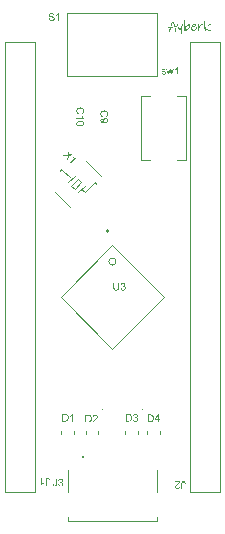
<source format=gto>
G04*
G04 #@! TF.GenerationSoftware,Altium Limited,Altium Designer,19.1.8 (144)*
G04*
G04 Layer_Color=65535*
%FSLAX44Y44*%
%MOMM*%
G71*
G01*
G75*
G36*
X137059Y416103D02*
X137115Y416089D01*
X137186Y416046D01*
X137284Y415990D01*
X137383Y415891D01*
X137482Y415764D01*
X137595Y415581D01*
X137609Y415553D01*
X137651Y415497D01*
X137707Y415384D01*
X137778Y415243D01*
X137877Y415060D01*
X137975Y414862D01*
X138074Y414622D01*
X138173Y414383D01*
X138187Y414369D01*
X138201Y414312D01*
X138229Y414214D01*
X138285Y414087D01*
X138342Y413918D01*
X138398Y413706D01*
X138483Y413467D01*
X138567Y413199D01*
Y413185D01*
X138581Y413171D01*
X138596Y413128D01*
X138610Y413072D01*
X138652Y412945D01*
X138694Y412790D01*
X138751Y412621D01*
X138793Y412466D01*
X138835Y412339D01*
X138863Y412240D01*
X138877D01*
X138906Y412254D01*
X138962Y412268D01*
X139032Y412282D01*
X139047Y412296D01*
X139103Y412311D01*
X139145Y412325D01*
X139188Y412339D01*
X139216Y412353D01*
X139244Y412381D01*
X139286Y412409D01*
X139300Y412423D01*
X139329Y412438D01*
X139385Y412480D01*
X139455Y412508D01*
X139469Y412522D01*
X139526Y412536D01*
X139596D01*
X139695Y412508D01*
X139709D01*
X139737Y412480D01*
X139808Y412409D01*
X139850Y412353D01*
X139893Y412282D01*
X139907Y412198D01*
X139921Y412099D01*
Y412085D01*
Y412029D01*
X139893Y411958D01*
X139864Y411860D01*
X139850Y411845D01*
X139822Y411789D01*
X139766Y411733D01*
X139695Y411676D01*
X139681Y411662D01*
X139611Y411620D01*
X139554Y411606D01*
X139498Y411578D01*
X139413Y411549D01*
X139314Y411521D01*
X139300D01*
X139272Y411507D01*
X139173Y411493D01*
X139131D01*
X139089Y411479D01*
X139047D01*
Y411465D01*
Y411423D01*
X139018Y411324D01*
X138990Y411282D01*
X138976Y411253D01*
X138934Y411239D01*
X138892Y411268D01*
X138906Y411253D01*
X138948Y411197D01*
X139004Y411112D01*
X139075Y410985D01*
X139145Y410830D01*
X139216Y410647D01*
X139272Y410422D01*
X139329Y410182D01*
Y410168D01*
X139343Y410140D01*
X139357Y410083D01*
X139371Y409999D01*
X139385Y409900D01*
X139413Y409801D01*
X139469Y409534D01*
X139526Y409238D01*
X139596Y408913D01*
X139681Y408575D01*
X139766Y408251D01*
Y408237D01*
X139780Y408208D01*
X139794Y408166D01*
X139808Y408110D01*
X139822Y407997D01*
X139836Y407955D01*
Y407926D01*
Y407912D01*
Y407898D01*
X139822Y407828D01*
X139780Y407729D01*
X139695Y407630D01*
X139667Y407616D01*
X139596Y407574D01*
X139498Y407518D01*
X139371Y407504D01*
X139343D01*
X139258Y407532D01*
X139159Y407574D01*
X139117Y407616D01*
X139061Y407673D01*
Y407687D01*
X139047Y407701D01*
X139004Y407771D01*
X138948Y407856D01*
X138906Y407941D01*
Y407955D01*
X138892Y408011D01*
X138863Y408096D01*
X138835Y408208D01*
X138807Y408349D01*
X138779Y408504D01*
X138708Y408843D01*
Y408871D01*
X138694Y408927D01*
X138680Y409040D01*
X138652Y409181D01*
X138624Y409350D01*
X138581Y409562D01*
X138539Y409787D01*
X138497Y410055D01*
Y410069D01*
X138483Y410112D01*
X138469Y410182D01*
X138455Y410281D01*
X138426Y410393D01*
X138398Y410534D01*
X138370Y410675D01*
X138328Y410844D01*
Y410859D01*
X138314Y410915D01*
X138300Y411000D01*
X138271Y411084D01*
X138257Y411183D01*
X138243Y411268D01*
X138229Y411324D01*
X138215Y411366D01*
X138187D01*
X138144Y411352D01*
X138102D01*
X138032Y411338D01*
X137947Y411324D01*
X137834Y411296D01*
X137707Y411282D01*
X137566Y411253D01*
X137397Y411225D01*
X137200Y411197D01*
X136988Y411155D01*
X136749Y411112D01*
X136495Y411070D01*
X136199Y411028D01*
X135889Y410971D01*
X135269Y410873D01*
X135043Y410224D01*
X134691Y409223D01*
Y409209D01*
X134677Y409167D01*
X134648Y409111D01*
X134620Y409026D01*
X134592Y408913D01*
X134550Y408801D01*
X134465Y408518D01*
X134366Y408194D01*
X134268Y407870D01*
X134183Y407546D01*
X134099Y407236D01*
Y407222D01*
X134085Y407207D01*
X134056Y407137D01*
X134000Y407038D01*
X133915Y406926D01*
X133887Y406897D01*
X133817Y406855D01*
X133704Y406799D01*
X133633Y406785D01*
X133563Y406771D01*
X133535D01*
X133464Y406785D01*
X133365Y406813D01*
X133253Y406883D01*
X133239Y406897D01*
X133196Y406954D01*
X133140Y407052D01*
X133126Y407179D01*
Y407193D01*
Y407207D01*
X133140Y407250D01*
Y407306D01*
X133154Y407377D01*
X133182Y407490D01*
X133225Y407602D01*
X133267Y407757D01*
X133281Y407771D01*
X133295Y407828D01*
X133323Y407898D01*
X133351Y407983D01*
X133380Y408067D01*
X133408Y408152D01*
X133436Y408223D01*
X133450Y408265D01*
X133464Y408293D01*
X133478Y408335D01*
X133492Y408378D01*
X133521Y408462D01*
X133549Y408561D01*
X133591Y408674D01*
X133633Y408829D01*
X133647Y408857D01*
X133662Y408913D01*
X133704Y409012D01*
X133746Y409153D01*
X133803Y409322D01*
X133873Y409505D01*
X133958Y409717D01*
X134042Y409942D01*
Y409956D01*
X134056Y409971D01*
X134085Y410041D01*
X134127Y410140D01*
X134169Y410267D01*
X134226Y410393D01*
X134282Y410520D01*
X134324Y410619D01*
X134366Y410690D01*
X134352D01*
X134296Y410661D01*
X134211Y410647D01*
X134099Y410605D01*
X133873Y410534D01*
X133746Y410506D01*
X133647Y410478D01*
X133619D01*
X133563Y410450D01*
X133478Y410436D01*
X133380Y410407D01*
X133267Y410379D01*
X133168Y410365D01*
X133084Y410337D01*
X132985D01*
X132900Y410351D01*
X132802Y410393D01*
X132717Y410478D01*
Y410492D01*
X132703Y410506D01*
X132675Y410577D01*
X132633Y410675D01*
X132618Y410788D01*
Y410802D01*
Y410816D01*
X132633Y410901D01*
X132661Y410985D01*
X132717Y411056D01*
X132745Y411070D01*
X132802Y411112D01*
X132900Y411155D01*
X133027Y411197D01*
X133041D01*
X133112Y411211D01*
X133196Y411239D01*
X133309Y411268D01*
X133450Y411296D01*
X133619Y411338D01*
X133972Y411408D01*
X134000D01*
X134056Y411423D01*
X134141Y411451D01*
X134240Y411465D01*
X134465Y411521D01*
X134564Y411535D01*
X134634Y411549D01*
Y411563D01*
X134648Y411592D01*
X134663Y411648D01*
X134691Y411719D01*
X134747Y411874D01*
X134789Y412057D01*
X134803Y412085D01*
X134832Y412156D01*
X134874Y412282D01*
X134916Y412438D01*
Y412452D01*
X134930Y412480D01*
X134944Y412536D01*
X134973Y412607D01*
X135001Y412705D01*
X135029Y412818D01*
X135057Y412931D01*
X135099Y413072D01*
X135283Y413706D01*
Y413720D01*
X135297Y413777D01*
X135325Y413861D01*
X135353Y413960D01*
X135395Y414087D01*
X135438Y414228D01*
X135522Y414538D01*
X135621Y414848D01*
X135663Y415003D01*
X135706Y415144D01*
X135734Y415257D01*
X135762Y415370D01*
X135790Y415440D01*
X135804Y415497D01*
Y415511D01*
X135818Y415525D01*
X135847Y415609D01*
X135889Y415708D01*
X135945Y415807D01*
X135959Y415835D01*
X136002Y415877D01*
X136086Y415919D01*
X136199Y415948D01*
X136340D01*
X136467Y415919D01*
X136580Y415894D01*
Y415905D01*
X136608Y415948D01*
X136622Y415962D01*
X136650Y415990D01*
X136706Y416032D01*
X136763Y416074D01*
X136777Y416089D01*
X136833Y416103D01*
X136904Y416117D01*
X137017D01*
X137059Y416103D01*
D02*
G37*
G36*
X163998Y417005D02*
X164069Y416991D01*
X164139Y416934D01*
X164153Y416920D01*
X164182Y416878D01*
X164196Y416808D01*
X164210Y416709D01*
Y416681D01*
Y416638D01*
Y416582D01*
Y416511D01*
Y416413D01*
Y416300D01*
X164224Y416159D01*
Y415990D01*
Y415807D01*
X164238Y415595D01*
Y415356D01*
X164252Y415088D01*
Y414792D01*
X164266Y414468D01*
X164280Y414101D01*
Y414073D01*
Y414016D01*
X164294Y413918D01*
Y413777D01*
Y413622D01*
X164308Y413438D01*
X164323Y413227D01*
Y413016D01*
X164351Y412564D01*
X164365Y412113D01*
X164379Y411902D01*
Y411704D01*
X164393Y411535D01*
Y411380D01*
X164407Y411394D01*
X164421Y411408D01*
X164506Y411493D01*
X164633Y411620D01*
X164802Y411775D01*
X165013Y411972D01*
X165267Y412184D01*
X165535Y412423D01*
X165817Y412663D01*
X166127Y412889D01*
X166437Y413128D01*
X166747Y413340D01*
X167071Y413537D01*
X167382Y413692D01*
X167678Y413819D01*
X167960Y413904D01*
X168086Y413932D01*
X168312D01*
X168382Y413918D01*
X168552Y413875D01*
X168721Y413805D01*
X168735D01*
X168763Y413791D01*
X168834Y413734D01*
X168918Y413650D01*
X168932Y413593D01*
X168946Y413537D01*
Y413523D01*
Y413495D01*
X168932Y413452D01*
X168918Y413410D01*
X168862Y413269D01*
X168820Y413185D01*
X168749Y413100D01*
X168735Y413086D01*
X168721Y413072D01*
X168622Y412987D01*
X168495Y412917D01*
X168425Y412889D01*
X168354Y412874D01*
X168326D01*
X168270Y412889D01*
X168185Y412917D01*
X168086Y412973D01*
X168072Y412987D01*
X168030Y413030D01*
X167974Y413058D01*
X167960Y413072D01*
X167903D01*
X167833Y413044D01*
X167734Y413016D01*
X167593Y412959D01*
X167424Y412889D01*
X167212Y412776D01*
X166973Y412635D01*
X166959D01*
X166945Y412621D01*
X166902Y412593D01*
X166860Y412564D01*
X166719Y412466D01*
X166536Y412339D01*
X166324Y412184D01*
X166071Y412015D01*
X165817Y411817D01*
X165535Y411592D01*
X165521D01*
X165507Y411563D01*
X165422Y411493D01*
X165281Y411380D01*
X165126Y411253D01*
X164943Y411098D01*
X164774Y410943D01*
X164604Y410774D01*
X164449Y410633D01*
X164464Y410534D01*
X164478D01*
X164506Y410520D01*
X164548Y410492D01*
X164619Y410464D01*
X164703Y410422D01*
X164802Y410379D01*
X164915Y410323D01*
X165042Y410267D01*
X165323Y410140D01*
X165662Y409985D01*
X166042Y409830D01*
X166437Y409646D01*
X166451D01*
X166479Y409632D01*
X166536Y409604D01*
X166620Y409576D01*
X166705Y409534D01*
X166804Y409491D01*
X167043Y409407D01*
X167283Y409308D01*
X167537Y409223D01*
X167748Y409153D01*
X167847Y409125D01*
X167931Y409111D01*
X167960D01*
X168044Y409096D01*
X168157Y409082D01*
X168270Y409068D01*
X168354D01*
X168439Y409054D01*
X168580D01*
X168664Y409040D01*
X168749Y409026D01*
X168777D01*
X168820Y408998D01*
X168862Y408955D01*
X168890Y408885D01*
Y408871D01*
Y408843D01*
X168876Y408815D01*
X168862Y408758D01*
X168820Y408702D01*
X168777Y408631D01*
X168707Y408561D01*
X168622Y408490D01*
X168608D01*
X168580Y408462D01*
X168509Y408434D01*
X168425Y408406D01*
X168326Y408378D01*
X168199Y408349D01*
X168044Y408335D01*
X167875Y408321D01*
X167790D01*
X167706Y408335D01*
X167565Y408363D01*
X167410Y408392D01*
X167212Y408448D01*
X167001Y408518D01*
X166747Y408617D01*
X166733D01*
X166719Y408631D01*
X166677Y408645D01*
X166620Y408674D01*
X166479Y408744D01*
X166296Y408829D01*
X166056Y408941D01*
X165789Y409082D01*
X165478Y409223D01*
X165154Y409393D01*
X164548Y409773D01*
Y409759D01*
X164562Y409717D01*
Y409646D01*
X164576Y409548D01*
X164590Y409449D01*
X164604Y409322D01*
X164633Y409054D01*
X164661Y408772D01*
X164675Y408518D01*
X164689Y408420D01*
X164703Y408335D01*
Y408265D01*
Y408223D01*
Y408208D01*
Y408194D01*
X164675Y408110D01*
X164633Y408011D01*
X164576Y407955D01*
X164520Y407912D01*
X164506D01*
X164492Y407898D01*
X164407Y407856D01*
X164294Y407814D01*
X164153Y407800D01*
X164125D01*
X164083Y407814D01*
X164041Y407842D01*
X163998Y407884D01*
X163956Y407941D01*
X163914Y408025D01*
X163885Y408138D01*
Y408152D01*
X163871Y408208D01*
X163857Y408279D01*
X163843Y408406D01*
X163815Y408561D01*
X163787Y408772D01*
X163759Y409012D01*
X163731Y409308D01*
X163660Y409985D01*
X163646Y409999D01*
X163589Y410027D01*
X163505Y410083D01*
X163406Y410168D01*
X163392Y410196D01*
X163350Y410252D01*
X163293Y410351D01*
X163279Y410464D01*
Y410478D01*
Y410492D01*
X163308Y410591D01*
X163336Y410647D01*
X163378Y410704D01*
X163434Y410774D01*
X163519Y410844D01*
Y410859D01*
Y410873D01*
Y410915D01*
Y410957D01*
Y411028D01*
Y411098D01*
X163505Y411296D01*
X163491Y411549D01*
Y411860D01*
X163463Y412226D01*
X163449Y412649D01*
Y412663D01*
Y412705D01*
Y412762D01*
Y412846D01*
X163434Y412945D01*
Y413058D01*
X163420Y413326D01*
X163406Y413608D01*
Y413904D01*
X163392Y414171D01*
X163378Y414298D01*
Y414411D01*
X163322Y416089D01*
Y416103D01*
Y416145D01*
Y416216D01*
X163336Y416314D01*
X163364Y416511D01*
X163420Y416737D01*
Y416751D01*
X163449Y416779D01*
X163477Y416822D01*
X163519Y416878D01*
X163575Y416934D01*
X163660Y416977D01*
X163773Y417005D01*
X163900Y417019D01*
X163928D01*
X163998Y417005D01*
D02*
G37*
G36*
X161517Y414298D02*
X161700Y414256D01*
X161898Y414171D01*
X161912D01*
X161940Y414143D01*
X161997Y414115D01*
X162053Y414087D01*
X162194Y413974D01*
X162321Y413833D01*
X162335Y413819D01*
X162349Y413791D01*
X162377Y413749D01*
X162405Y413706D01*
X162462Y413565D01*
X162490Y413495D01*
Y413410D01*
Y413382D01*
X162462Y413312D01*
X162419Y413199D01*
X162363Y413142D01*
X162307Y413072D01*
X162293D01*
X162278Y413044D01*
X162194Y412987D01*
X162081Y412931D01*
X162025Y412917D01*
X161954Y412903D01*
X161940D01*
X161884Y412917D01*
X161799Y412945D01*
X161729Y412987D01*
X161715Y413001D01*
X161672Y413058D01*
X161602Y413128D01*
X161517Y413227D01*
X161503Y413241D01*
X161475Y413297D01*
X161404Y413340D01*
X161334Y413396D01*
X161320Y413410D01*
X161264Y413438D01*
X161193Y413452D01*
X161108Y413467D01*
X161094D01*
X161052Y413452D01*
X160996Y413424D01*
X160897Y413354D01*
X160784Y413255D01*
X160714Y413185D01*
X160643Y413086D01*
X160559Y412987D01*
X160460Y412874D01*
X160361Y412733D01*
X160263Y412579D01*
Y412564D01*
X160234Y412536D01*
X160206Y412494D01*
X160164Y412423D01*
X160122Y412339D01*
X160051Y412226D01*
X159981Y412113D01*
X159910Y411972D01*
X159826Y411817D01*
X159741Y411648D01*
X159656Y411465D01*
X159558Y411253D01*
X159360Y410816D01*
X159149Y410323D01*
Y410309D01*
Y410281D01*
Y410224D01*
Y410154D01*
X159163Y410069D01*
Y409942D01*
Y409815D01*
X159177Y409660D01*
Y409646D01*
X159191Y409590D01*
Y409519D01*
X159205Y409421D01*
X159219Y409223D01*
X159234Y409125D01*
Y409040D01*
X159262Y408533D01*
Y408518D01*
Y408504D01*
X159248Y408420D01*
X159219Y408307D01*
X159163Y408180D01*
X159149Y408152D01*
X159079Y408096D01*
X159036Y408067D01*
X158966Y408039D01*
X158895Y408025D01*
X158797Y408011D01*
X158782D01*
X158754Y408025D01*
X158698Y408039D01*
X158627Y408082D01*
X158571Y408152D01*
X158500Y408265D01*
X158458Y408406D01*
X158416Y408603D01*
Y408617D01*
Y408631D01*
X158402Y408716D01*
X158388Y408857D01*
X158374Y409040D01*
X158359Y409280D01*
X158345Y409562D01*
Y409886D01*
X158331Y410267D01*
Y410281D01*
Y410309D01*
Y410379D01*
Y410450D01*
Y410563D01*
Y410690D01*
X158317Y410844D01*
Y411014D01*
Y411042D01*
Y411098D01*
Y411211D01*
Y411352D01*
Y411535D01*
X158303Y411733D01*
Y411958D01*
X158289Y412212D01*
Y412226D01*
Y412254D01*
Y412311D01*
Y412381D01*
X158275Y412466D01*
Y412564D01*
Y412790D01*
X158261Y413030D01*
Y413269D01*
X158247Y413495D01*
Y413692D01*
Y413706D01*
X158261Y413749D01*
X158275Y413819D01*
X158303Y413890D01*
X158359Y413960D01*
X158444Y414030D01*
X158557Y414073D01*
X158712Y414087D01*
X158768D01*
X158811Y414073D01*
X158881Y414059D01*
X158938Y414030D01*
X158994Y413988D01*
X159050Y413932D01*
X159079Y413861D01*
Y413847D01*
X159093Y413819D01*
Y413763D01*
X159107Y413692D01*
X159121Y413579D01*
Y413452D01*
X159135Y413312D01*
Y413128D01*
Y411380D01*
X159149Y411423D01*
X159163Y411479D01*
X159191Y411648D01*
X159248Y411845D01*
X159318Y412085D01*
X159403Y412339D01*
X159530Y412607D01*
X159670Y412874D01*
Y412889D01*
X159685Y412903D01*
X159741Y412987D01*
X159826Y413114D01*
X159938Y413269D01*
X160079Y413438D01*
X160220Y413608D01*
X160375Y413777D01*
X160530Y413932D01*
X160545Y413946D01*
X160601Y413988D01*
X160686Y414059D01*
X160798Y414129D01*
X160925Y414185D01*
X161052Y414256D01*
X161193Y414298D01*
X161334Y414312D01*
X161447D01*
X161517Y414298D01*
D02*
G37*
G36*
X144742Y414157D02*
X144855Y414115D01*
X144911Y414059D01*
X144967Y414002D01*
X144981Y413988D01*
X144996Y413974D01*
X145052Y413904D01*
X145094Y413791D01*
X145122Y413734D01*
Y413664D01*
Y413650D01*
Y413608D01*
Y413523D01*
X145108Y413396D01*
X145094Y413241D01*
X145066Y413016D01*
X145052Y412889D01*
X145024Y412748D01*
X145010Y412579D01*
X144981Y412409D01*
Y412395D01*
Y412367D01*
X144967Y412311D01*
X144953Y412240D01*
X144939Y412071D01*
X144911Y411874D01*
X144883Y411662D01*
X144855Y411479D01*
X144840Y411394D01*
Y411324D01*
X144826Y411268D01*
Y411239D01*
Y411225D01*
Y411169D01*
X144812Y411098D01*
X144798Y411000D01*
X144784Y410873D01*
X144770Y410732D01*
X144756Y410577D01*
X144742Y410407D01*
X144699Y410041D01*
X144671Y409674D01*
X144629Y409308D01*
X144615Y409153D01*
X144601Y408998D01*
Y408984D01*
Y408970D01*
Y408927D01*
X144587Y408871D01*
Y408730D01*
X144573Y408547D01*
X144559Y408335D01*
Y408096D01*
X144544Y407616D01*
Y407588D01*
Y407532D01*
Y407447D01*
X144559Y407334D01*
X144573Y407066D01*
X144587Y406940D01*
X144615Y406827D01*
Y406813D01*
X144629Y406785D01*
X144643Y406728D01*
X144671Y406658D01*
X144728Y406503D01*
X144784Y406348D01*
Y406334D01*
X144798Y406319D01*
X144840Y406249D01*
X144869Y406164D01*
X144883Y406108D01*
Y406094D01*
Y406080D01*
X144855Y406009D01*
X144826Y405953D01*
X144784Y405911D01*
X144728Y405868D01*
X144643Y405826D01*
X144629D01*
X144601Y405812D01*
X144559Y405798D01*
X144488Y405770D01*
X144347Y405727D01*
X144164Y405713D01*
X144150D01*
X144122Y405727D01*
X144079Y405741D01*
X144023Y405770D01*
X143967Y405826D01*
X143896Y405911D01*
X143840Y406037D01*
X143797Y406193D01*
Y406221D01*
X143783Y406277D01*
X143769Y406390D01*
X143755Y406545D01*
X143727Y406728D01*
X143713Y406968D01*
X143699Y407250D01*
Y407574D01*
Y407588D01*
Y407602D01*
Y407645D01*
Y407701D01*
Y407771D01*
X143713Y407856D01*
Y407955D01*
Y408053D01*
X143727Y408321D01*
X143755Y408645D01*
X143797Y409012D01*
X143840Y409421D01*
X144001Y410850D01*
X143995Y410816D01*
X143952Y410704D01*
X143910Y410549D01*
X143826Y410379D01*
X143727Y410168D01*
X143586Y409956D01*
X143417Y409731D01*
X143389Y409703D01*
X143332Y409632D01*
X143233Y409548D01*
X143107Y409435D01*
X142937Y409322D01*
X142768Y409238D01*
X142571Y409167D01*
X142359Y409139D01*
X142331D01*
X142275Y409153D01*
X142162Y409181D01*
X142035Y409252D01*
X141894Y409350D01*
X141810Y409421D01*
X141725Y409505D01*
X141655Y409604D01*
X141570Y409717D01*
X141485Y409844D01*
X141415Y409999D01*
Y410013D01*
X141401Y410041D01*
X141373Y410083D01*
X141344Y410154D01*
X141316Y410224D01*
X141274Y410323D01*
X141232Y410436D01*
X141189Y410563D01*
X141091Y410844D01*
X140992Y411169D01*
X140893Y411535D01*
X140809Y411916D01*
Y411930D01*
X140795Y411958D01*
Y412015D01*
X140781Y412085D01*
X140766Y412170D01*
X140738Y412282D01*
X140710Y412508D01*
X140668Y412762D01*
X140625Y413016D01*
X140611Y413255D01*
X140597Y413467D01*
Y413481D01*
Y413537D01*
X140611Y413593D01*
X140640Y413678D01*
X140668Y413749D01*
X140724Y413819D01*
X140795Y413861D01*
X140893Y413875D01*
X140907D01*
X140950Y413861D01*
X141020Y413847D01*
X141091Y413805D01*
X141175Y413734D01*
X141246Y413636D01*
X141316Y413495D01*
X141358Y413312D01*
Y413297D01*
Y413269D01*
X141373Y413227D01*
X141387Y413171D01*
Y413100D01*
X141401Y413016D01*
X141443Y412804D01*
X141485Y412550D01*
X141542Y412282D01*
X141598Y411986D01*
X141669Y411676D01*
X141753Y411366D01*
X141838Y411070D01*
X141937Y410802D01*
X142035Y410549D01*
X142148Y410337D01*
X142204Y410252D01*
X142261Y410182D01*
X142317Y410126D01*
X142388Y410083D01*
X142444Y410055D01*
X142514Y410041D01*
X142557D01*
X142613Y410055D01*
X142684Y410069D01*
X142754Y410097D01*
X142839Y410140D01*
X142923Y410196D01*
X143008Y410267D01*
X143022Y410281D01*
X143050Y410309D01*
X143092Y410365D01*
X143163Y410450D01*
X143247Y410563D01*
X143332Y410690D01*
X143445Y410859D01*
X143558Y411042D01*
X143572Y411056D01*
X143586Y411084D01*
X143614Y411141D01*
X143656Y411211D01*
X143699Y411310D01*
X143755Y411423D01*
X143826Y411549D01*
X143882Y411690D01*
X143896Y411704D01*
X143910Y411761D01*
X143952Y411831D01*
X143981Y411930D01*
X144079Y412156D01*
X144164Y412381D01*
X144248Y413593D01*
Y413608D01*
Y413636D01*
X144263Y413692D01*
Y413749D01*
X144291Y413904D01*
X144333Y414030D01*
Y414045D01*
X144347Y414059D01*
X144403Y414115D01*
X144488Y414157D01*
X144559Y414185D01*
X144657D01*
X144742Y414157D01*
D02*
G37*
G36*
X155653Y414312D02*
X155780Y414298D01*
X155907Y414270D01*
X156048Y414228D01*
X156189Y414171D01*
X156330Y414101D01*
X156344Y414087D01*
X156386Y414059D01*
X156442Y414002D01*
X156513Y413932D01*
X156569Y413847D01*
X156626Y413720D01*
X156668Y413593D01*
X156682Y413438D01*
Y413424D01*
X156668Y413354D01*
X156654Y413269D01*
X156626Y413142D01*
X156555Y413001D01*
X156470Y412860D01*
X156344Y412691D01*
X156174Y412536D01*
X156146Y412522D01*
X156090Y412466D01*
X155977Y412381D01*
X155822Y412282D01*
X155639Y412170D01*
X155413Y412043D01*
X155160Y411930D01*
X154878Y411803D01*
X154864D01*
X154849Y411789D01*
X154807Y411775D01*
X154751Y411747D01*
X154596Y411704D01*
X154398Y411634D01*
X154173Y411563D01*
X153919Y411493D01*
X153651Y411437D01*
X153369Y411380D01*
Y411366D01*
X153355Y411296D01*
X153341Y411211D01*
X153313Y411084D01*
X153299Y410943D01*
X153271Y410774D01*
X153256Y410605D01*
Y410407D01*
Y410393D01*
Y410379D01*
Y410295D01*
X153271Y410182D01*
X153299Y410027D01*
X153327Y409872D01*
X153383Y409703D01*
X153454Y409534D01*
X153552Y409393D01*
X153567Y409379D01*
X153609Y409336D01*
X153679Y409280D01*
X153764Y409223D01*
X153891Y409153D01*
X154032Y409096D01*
X154201Y409054D01*
X154398Y409040D01*
X154483D01*
X154539Y409054D01*
X154708Y409068D01*
X154906Y409125D01*
X155131Y409195D01*
X155371Y409308D01*
X155597Y409463D01*
X155709Y409562D01*
X155822Y409674D01*
Y409689D01*
X155850Y409703D01*
X155921Y409787D01*
X156019Y409928D01*
X156146Y410097D01*
X156287Y410323D01*
X156442Y410563D01*
X156597Y410844D01*
X156753Y411141D01*
Y411155D01*
X156781Y411197D01*
X156809Y411253D01*
X156851Y411366D01*
Y411380D01*
X156865Y411394D01*
X156908Y411451D01*
X156978Y411507D01*
X157020Y411535D01*
X157091D01*
X157175Y411493D01*
X157204Y411465D01*
X157246Y411408D01*
X157260Y411338D01*
X157274Y411239D01*
Y411225D01*
Y411197D01*
X157260Y411127D01*
X157232Y411028D01*
X157190Y410887D01*
X157133Y410718D01*
X157049Y410506D01*
X156936Y410238D01*
Y410224D01*
X156922Y410210D01*
X156908Y410168D01*
X156879Y410112D01*
X156795Y409971D01*
X156696Y409773D01*
X156555Y409562D01*
X156372Y409322D01*
X156174Y409082D01*
X155935Y408829D01*
X155921D01*
X155907Y408801D01*
X155864Y408772D01*
X155822Y408730D01*
X155667Y408617D01*
X155484Y408504D01*
X155244Y408392D01*
X154962Y408279D01*
X154638Y408208D01*
X154469Y408194D01*
X154285Y408180D01*
X154201D01*
X154144Y408194D01*
X153989Y408208D01*
X153806Y408251D01*
X153581Y408307D01*
X153355Y408392D01*
X153115Y408518D01*
X152904Y408688D01*
X152876Y408716D01*
X152819Y408786D01*
X152735Y408899D01*
X152636Y409068D01*
X152523Y409294D01*
X152439Y409562D01*
X152382Y409886D01*
X152354Y410252D01*
Y410267D01*
Y410295D01*
Y410351D01*
X152368Y410422D01*
Y410506D01*
X152382Y410605D01*
X152411Y410859D01*
X152467Y411155D01*
X152537Y411479D01*
X152650Y411817D01*
X152791Y412170D01*
Y412184D01*
X152819Y412212D01*
X152833Y412254D01*
X152876Y412325D01*
X152918Y412409D01*
X152975Y412494D01*
X153101Y412719D01*
X153271Y412959D01*
X153482Y413227D01*
X153708Y413481D01*
X153961Y413720D01*
X153975Y413734D01*
X153989Y413749D01*
X154032Y413777D01*
X154088Y413819D01*
X154229Y413918D01*
X154426Y414030D01*
X154652Y414129D01*
X154920Y414228D01*
X155188Y414298D01*
X155343Y414327D01*
X155568D01*
X155653Y414312D01*
D02*
G37*
G36*
X146588Y417273D02*
X146659Y417245D01*
X146729Y417216D01*
X146800Y417160D01*
X146870Y417075D01*
X146927Y416977D01*
X146941Y416963D01*
X146955Y416920D01*
X146983Y416864D01*
X147011Y416779D01*
X147040Y416695D01*
X147054Y416582D01*
X147082Y416455D01*
Y416328D01*
Y415694D01*
Y415680D01*
Y415666D01*
Y415623D01*
Y415567D01*
Y415412D01*
Y415215D01*
Y414975D01*
Y414693D01*
X147096Y414383D01*
Y414059D01*
Y413706D01*
Y413340D01*
X147124Y412621D01*
Y412254D01*
X147138Y411916D01*
X147152Y411592D01*
X147167Y411296D01*
Y411282D01*
Y411268D01*
Y411183D01*
X147181Y411056D01*
Y410929D01*
X147172Y410839D01*
X147195Y410901D01*
X147251Y411042D01*
X147336Y411197D01*
X147434Y411380D01*
X147448Y411408D01*
X147491Y411465D01*
X147547Y411563D01*
X147632Y411690D01*
X147745Y411845D01*
X147857Y412015D01*
X147998Y412198D01*
X148153Y412381D01*
Y412395D01*
X148181Y412409D01*
X148238Y412508D01*
X148337Y412635D01*
X148477Y412804D01*
X148647Y412987D01*
X148844Y413185D01*
X149056Y413396D01*
X149309Y413579D01*
X149323D01*
X149337Y413593D01*
X149422Y413650D01*
X149563Y413734D01*
X149732Y413819D01*
X149930Y413904D01*
X150141Y413988D01*
X150352Y414045D01*
X150578Y414059D01*
X150648D01*
X150733Y414045D01*
X150818Y414030D01*
X150930Y413988D01*
X151043Y413946D01*
X151156Y413875D01*
X151269Y413777D01*
X151283Y413763D01*
X151311Y413734D01*
X151353Y413664D01*
X151410Y413579D01*
X151466Y413467D01*
X151508Y413340D01*
X151537Y413185D01*
X151551Y413001D01*
Y412987D01*
Y412959D01*
Y412903D01*
X151537Y412818D01*
X151523Y412719D01*
X151508Y412607D01*
X151480Y412466D01*
X151452Y412325D01*
X151396Y412156D01*
X151339Y411972D01*
X151283Y411789D01*
X151198Y411592D01*
X151100Y411380D01*
X150987Y411155D01*
X150860Y410929D01*
X150705Y410704D01*
X150691Y410690D01*
X150663Y410647D01*
X150620Y410591D01*
X150550Y410492D01*
X150479Y410393D01*
X150381Y410267D01*
X150268Y410126D01*
X150141Y409985D01*
X150000Y409815D01*
X149831Y409646D01*
X149493Y409294D01*
X149084Y408941D01*
X148647Y408603D01*
X148618Y408589D01*
X148548Y408533D01*
X148435Y408448D01*
X148294Y408363D01*
X148153Y408279D01*
X147998Y408194D01*
X147843Y408138D01*
X147716Y408124D01*
X147688D01*
X147604Y408138D01*
X147505Y408180D01*
X147406Y408251D01*
X147392Y408279D01*
X147350Y408335D01*
X147308Y408434D01*
X147293Y408561D01*
Y408575D01*
Y408589D01*
X147308Y408660D01*
X147350Y408772D01*
X147434Y408885D01*
X147448Y408899D01*
X147463Y408913D01*
X147491Y408941D01*
X147547Y408984D01*
X147604Y409026D01*
X147688Y409082D01*
X147773Y409139D01*
X147886Y409181D01*
X147900D01*
X147914Y409195D01*
X147956Y409209D01*
X148012Y409238D01*
X148153Y409322D01*
X148337Y409421D01*
X148562Y409562D01*
X148802Y409731D01*
X149041Y409942D01*
X149295Y410168D01*
X149309Y410182D01*
X149323Y410196D01*
X149408Y410281D01*
X149535Y410422D01*
X149676Y410605D01*
X149845Y410816D01*
X150028Y411042D01*
X150197Y411310D01*
X150352Y411578D01*
Y411592D01*
X150366Y411606D01*
X150395Y411648D01*
X150409Y411704D01*
X150479Y411845D01*
X150550Y412015D01*
X150606Y412226D01*
X150677Y412438D01*
X150719Y412663D01*
X150733Y412874D01*
Y412889D01*
Y412903D01*
X150719Y412973D01*
X150705Y413058D01*
X150663Y413128D01*
X150648Y413142D01*
X150606Y413171D01*
X150536Y413185D01*
X150423Y413199D01*
X150338D01*
X150254Y413185D01*
X150127Y413157D01*
X149986Y413100D01*
X149817Y413030D01*
X149634Y412931D01*
X149450Y412804D01*
X149422Y412790D01*
X149366Y412733D01*
X149267Y412649D01*
X149140Y412536D01*
X148999Y412381D01*
X148844Y412212D01*
X148675Y412001D01*
X148506Y411775D01*
X148492Y411747D01*
X148449Y411690D01*
X148379Y411578D01*
X148294Y411437D01*
X148181Y411268D01*
X148069Y411056D01*
X147956Y410830D01*
X147829Y410577D01*
Y410563D01*
X147815Y410549D01*
X147801Y410506D01*
X147773Y410450D01*
X147716Y410309D01*
X147660Y410126D01*
X147575Y409900D01*
X147491Y409646D01*
X147420Y409364D01*
X147350Y409068D01*
Y409054D01*
X147322Y408998D01*
X147293Y408913D01*
X147237Y408829D01*
X147167Y408730D01*
X147082Y408660D01*
X146955Y408603D01*
X146814Y408575D01*
X146786D01*
X146715Y408603D01*
X146631Y408660D01*
X146574Y408702D01*
X146532Y408772D01*
Y408786D01*
X146518Y408801D01*
X146476Y408885D01*
X146433Y408998D01*
X146419Y409125D01*
Y409139D01*
Y409195D01*
Y409266D01*
Y409393D01*
Y409534D01*
Y409703D01*
X146405Y409914D01*
Y410168D01*
Y410436D01*
X146391Y410746D01*
Y411070D01*
X146377Y411451D01*
X146363Y411845D01*
X146349Y412268D01*
X146335Y412733D01*
X146321Y413227D01*
Y413241D01*
Y413255D01*
Y413340D01*
X146307Y413481D01*
Y413650D01*
X146292Y413861D01*
Y414101D01*
X146278Y414355D01*
X146264Y414637D01*
X146250Y415172D01*
X146236Y415440D01*
X146222Y415680D01*
X146208Y415891D01*
X146194Y416089D01*
Y416230D01*
X146180Y416328D01*
Y416342D01*
Y416371D01*
X146166Y416455D01*
Y416469D01*
Y416497D01*
X146152Y416568D01*
Y416582D01*
X146137Y416624D01*
X146123Y416723D01*
Y416737D01*
Y416779D01*
X146109Y416836D01*
Y416906D01*
Y416920D01*
Y416963D01*
X146123Y417033D01*
X146152Y417104D01*
X146208Y417160D01*
X146264Y417230D01*
X146363Y417273D01*
X146490Y417287D01*
X146532D01*
X146588Y417273D01*
D02*
G37*
G36*
X34256Y423465D02*
X34322D01*
X34501Y423447D01*
X34698Y423418D01*
X34905Y423371D01*
X35131Y423315D01*
X35337Y423240D01*
X35347D01*
X35366Y423230D01*
X35394Y423212D01*
X35431Y423193D01*
X35525Y423146D01*
X35647Y423061D01*
X35788Y422967D01*
X35929Y422845D01*
X36061Y422704D01*
X36183Y422544D01*
Y422535D01*
X36193Y422525D01*
X36211Y422497D01*
X36230Y422469D01*
X36277Y422375D01*
X36333Y422253D01*
X36399Y422103D01*
X36446Y421924D01*
X36493Y421736D01*
X36512Y421529D01*
X35685Y421464D01*
Y421473D01*
Y421492D01*
X35676Y421520D01*
X35666Y421567D01*
X35638Y421670D01*
X35600Y421811D01*
X35544Y421962D01*
X35459Y422112D01*
X35356Y422253D01*
X35224Y422384D01*
X35206Y422394D01*
X35159Y422431D01*
X35065Y422488D01*
X34943Y422544D01*
X34783Y422601D01*
X34595Y422657D01*
X34360Y422695D01*
X34097Y422704D01*
X33965D01*
X33909Y422695D01*
X33834Y422685D01*
X33664Y422667D01*
X33477Y422629D01*
X33289Y422582D01*
X33110Y422507D01*
X33035Y422460D01*
X32960Y422413D01*
X32941Y422403D01*
X32903Y422366D01*
X32847Y422300D01*
X32790Y422225D01*
X32725Y422121D01*
X32668Y422009D01*
X32631Y421877D01*
X32612Y421727D01*
Y421708D01*
Y421670D01*
X32621Y421604D01*
X32640Y421529D01*
X32668Y421435D01*
X32715Y421341D01*
X32772Y421247D01*
X32856Y421153D01*
X32866Y421144D01*
X32913Y421116D01*
X32950Y421088D01*
X32988Y421069D01*
X33044Y421041D01*
X33110Y421003D01*
X33194Y420975D01*
X33289Y420937D01*
X33392Y420900D01*
X33514Y420853D01*
X33646Y420815D01*
X33796Y420768D01*
X33965Y420731D01*
X34153Y420684D01*
X34162D01*
X34200Y420674D01*
X34256Y420665D01*
X34322Y420646D01*
X34407Y420627D01*
X34510Y420599D01*
X34614Y420571D01*
X34726Y420542D01*
X34971Y420477D01*
X35206Y420411D01*
X35319Y420373D01*
X35422Y420336D01*
X35516Y420308D01*
X35591Y420270D01*
X35600D01*
X35619Y420261D01*
X35647Y420242D01*
X35685Y420223D01*
X35788Y420167D01*
X35911Y420091D01*
X36051Y419988D01*
X36193Y419875D01*
X36324Y419744D01*
X36437Y419603D01*
X36446Y419584D01*
X36484Y419537D01*
X36521Y419452D01*
X36578Y419340D01*
X36625Y419208D01*
X36672Y419048D01*
X36700Y418870D01*
X36709Y418682D01*
Y418672D01*
Y418663D01*
Y418635D01*
Y418597D01*
X36691Y418494D01*
X36672Y418362D01*
X36634Y418212D01*
X36587Y418052D01*
X36512Y417883D01*
X36409Y417704D01*
Y417695D01*
X36399Y417686D01*
X36352Y417629D01*
X36286Y417545D01*
X36193Y417451D01*
X36070Y417338D01*
X35920Y417216D01*
X35751Y417103D01*
X35553Y417000D01*
X35544D01*
X35525Y416990D01*
X35497Y416981D01*
X35459Y416962D01*
X35403Y416943D01*
X35337Y416915D01*
X35187Y416877D01*
X35008Y416830D01*
X34792Y416783D01*
X34557Y416755D01*
X34304Y416746D01*
X34153D01*
X34078Y416755D01*
X33993D01*
X33899Y416764D01*
X33787Y416774D01*
X33552Y416811D01*
X33307Y416849D01*
X33063Y416915D01*
X32828Y417000D01*
X32819D01*
X32800Y417009D01*
X32772Y417028D01*
X32734Y417047D01*
X32621Y417103D01*
X32490Y417187D01*
X32339Y417300D01*
X32180Y417432D01*
X32029Y417592D01*
X31888Y417770D01*
Y417780D01*
X31869Y417798D01*
X31860Y417826D01*
X31832Y417864D01*
X31813Y417911D01*
X31785Y417967D01*
X31719Y418108D01*
X31653Y418287D01*
X31597Y418484D01*
X31559Y418710D01*
X31541Y418945D01*
X32349Y419020D01*
Y419011D01*
Y419001D01*
X32358Y418973D01*
Y418936D01*
X32377Y418851D01*
X32405Y418729D01*
X32443Y418606D01*
X32480Y418466D01*
X32546Y418334D01*
X32612Y418212D01*
X32621Y418202D01*
X32650Y418165D01*
X32696Y418099D01*
X32772Y418033D01*
X32866Y417949D01*
X32969Y417864D01*
X33110Y417780D01*
X33260Y417704D01*
X33270D01*
X33279Y417695D01*
X33307Y417686D01*
X33335Y417676D01*
X33430Y417648D01*
X33552Y417610D01*
X33702Y417573D01*
X33871Y417545D01*
X34059Y417526D01*
X34266Y417516D01*
X34351D01*
X34444Y417526D01*
X34557Y417535D01*
X34689Y417554D01*
X34839Y417573D01*
X34990Y417610D01*
X35131Y417657D01*
X35149Y417667D01*
X35196Y417686D01*
X35262Y417723D01*
X35347Y417761D01*
X35431Y417826D01*
X35525Y417892D01*
X35619Y417967D01*
X35694Y418061D01*
X35704Y418071D01*
X35723Y418108D01*
X35751Y418155D01*
X35788Y418231D01*
X35826Y418306D01*
X35854Y418400D01*
X35873Y418503D01*
X35882Y418616D01*
Y418625D01*
Y418672D01*
X35873Y418729D01*
X35864Y418804D01*
X35835Y418879D01*
X35807Y418973D01*
X35760Y419067D01*
X35694Y419152D01*
X35685Y419161D01*
X35657Y419189D01*
X35619Y419227D01*
X35553Y419283D01*
X35478Y419340D01*
X35375Y419405D01*
X35253Y419471D01*
X35112Y419528D01*
X35102Y419537D01*
X35055Y419546D01*
X34980Y419575D01*
X34933Y419584D01*
X34867Y419603D01*
X34802Y419631D01*
X34717Y419650D01*
X34623Y419678D01*
X34510Y419706D01*
X34397Y419734D01*
X34266Y419772D01*
X34116Y419809D01*
X33956Y419847D01*
X33946D01*
X33918Y419856D01*
X33871Y419866D01*
X33815Y419885D01*
X33740Y419903D01*
X33655Y419922D01*
X33467Y419979D01*
X33260Y420044D01*
X33044Y420110D01*
X32856Y420176D01*
X32772Y420214D01*
X32696Y420251D01*
X32687D01*
X32678Y420261D01*
X32621Y420298D01*
X32537Y420345D01*
X32443Y420420D01*
X32330Y420505D01*
X32217Y420608D01*
X32104Y420731D01*
X32010Y420862D01*
X32001Y420881D01*
X31973Y420928D01*
X31935Y421003D01*
X31898Y421097D01*
X31860Y421219D01*
X31822Y421360D01*
X31794Y421511D01*
X31785Y421670D01*
Y421680D01*
Y421689D01*
Y421717D01*
Y421755D01*
X31804Y421849D01*
X31822Y421971D01*
X31851Y422112D01*
X31898Y422272D01*
X31963Y422431D01*
X32057Y422591D01*
Y422601D01*
X32067Y422610D01*
X32114Y422667D01*
X32180Y422742D01*
X32264Y422836D01*
X32377Y422939D01*
X32518Y423052D01*
X32687Y423155D01*
X32875Y423249D01*
X32884D01*
X32903Y423259D01*
X32931Y423268D01*
X32969Y423287D01*
X33016Y423306D01*
X33082Y423324D01*
X33223Y423362D01*
X33401Y423400D01*
X33608Y423437D01*
X33824Y423465D01*
X34069Y423475D01*
X34191D01*
X34256Y423465D01*
D02*
G37*
G36*
X40572Y416858D02*
X39773D01*
Y421943D01*
X39764Y421933D01*
X39717Y421896D01*
X39660Y421839D01*
X39566Y421774D01*
X39463Y421689D01*
X39331Y421595D01*
X39181Y421492D01*
X39012Y421388D01*
X39002D01*
X38993Y421379D01*
X38937Y421341D01*
X38843Y421294D01*
X38730Y421238D01*
X38598Y421172D01*
X38457Y421106D01*
X38317Y421041D01*
X38175Y420984D01*
Y421755D01*
X38185D01*
X38204Y421774D01*
X38241Y421783D01*
X38288Y421811D01*
X38345Y421839D01*
X38410Y421877D01*
X38570Y421971D01*
X38758Y422074D01*
X38946Y422206D01*
X39144Y422356D01*
X39341Y422516D01*
X39350Y422525D01*
X39360Y422535D01*
X39388Y422563D01*
X39425Y422591D01*
X39510Y422685D01*
X39623Y422798D01*
X39736Y422930D01*
X39858Y423080D01*
X39961Y423230D01*
X40055Y423390D01*
X40572D01*
Y416858D01*
D02*
G37*
G36*
X129103Y376204D02*
X129244Y376195D01*
X129394Y376176D01*
X129554Y376138D01*
X129723Y376101D01*
X129883Y376045D01*
X129892D01*
X129902Y376035D01*
X129949Y376016D01*
X130024Y375979D01*
X130118Y375932D01*
X130221Y375866D01*
X130324Y375791D01*
X130418Y375706D01*
X130503Y375612D01*
X130512Y375603D01*
X130531Y375565D01*
X130569Y375499D01*
X130616Y375424D01*
X130663Y375312D01*
X130710Y375189D01*
X130747Y375048D01*
X130785Y374889D01*
X130005Y374785D01*
Y374804D01*
X129995Y374842D01*
X129977Y374907D01*
X129949Y374992D01*
X129902Y375076D01*
X129845Y375171D01*
X129779Y375265D01*
X129685Y375349D01*
X129676Y375359D01*
X129638Y375377D01*
X129582Y375415D01*
X129497Y375452D01*
X129403Y375490D01*
X129281Y375528D01*
X129131Y375546D01*
X128971Y375556D01*
X128877D01*
X128783Y375546D01*
X128661Y375537D01*
X128539Y375509D01*
X128407Y375481D01*
X128285Y375434D01*
X128182Y375368D01*
X128172Y375359D01*
X128144Y375340D01*
X128106Y375302D01*
X128069Y375246D01*
X128022Y375189D01*
X127984Y375114D01*
X127956Y375029D01*
X127947Y374945D01*
Y374935D01*
Y374917D01*
X127956Y374889D01*
Y374851D01*
X127984Y374757D01*
X128041Y374663D01*
X128050Y374654D01*
X128060Y374644D01*
X128078Y374616D01*
X128116Y374588D01*
X128153Y374560D01*
X128210Y374522D01*
X128276Y374494D01*
X128351Y374456D01*
X128360D01*
X128379Y374447D01*
X128417Y374437D01*
X128482Y374409D01*
X128576Y374381D01*
X128699Y374353D01*
X128774Y374325D01*
X128858Y374306D01*
X128952Y374278D01*
X129056Y374249D01*
X129065D01*
X129093Y374240D01*
X129140Y374231D01*
X129197Y374212D01*
X129262Y374193D01*
X129347Y374174D01*
X129526Y374118D01*
X129723Y374062D01*
X129920Y373996D01*
X130099Y373930D01*
X130174Y373902D01*
X130240Y373874D01*
X130259Y373864D01*
X130296Y373845D01*
X130353Y373817D01*
X130437Y373770D01*
X130522Y373714D01*
X130606Y373639D01*
X130691Y373554D01*
X130766Y373460D01*
X130775Y373451D01*
X130794Y373413D01*
X130832Y373357D01*
X130870Y373272D01*
X130898Y373169D01*
X130935Y373056D01*
X130954Y372924D01*
X130963Y372774D01*
Y372755D01*
Y372708D01*
X130954Y372633D01*
X130935Y372530D01*
X130907Y372417D01*
X130860Y372295D01*
X130804Y372154D01*
X130729Y372022D01*
X130719Y372003D01*
X130681Y371966D01*
X130634Y371900D01*
X130559Y371825D01*
X130456Y371740D01*
X130343Y371646D01*
X130212Y371562D01*
X130052Y371477D01*
X130042D01*
X130033Y371468D01*
X129977Y371449D01*
X129883Y371421D01*
X129761Y371383D01*
X129610Y371345D01*
X129441Y371317D01*
X129262Y371298D01*
X129056Y371289D01*
X128971D01*
X128905Y371298D01*
X128830D01*
X128736Y371308D01*
X128642Y371317D01*
X128539Y371336D01*
X128313Y371383D01*
X128078Y371449D01*
X127853Y371543D01*
X127749Y371599D01*
X127655Y371665D01*
X127646Y371674D01*
X127637Y371684D01*
X127580Y371740D01*
X127496Y371825D01*
X127402Y371956D01*
X127298Y372116D01*
X127195Y372304D01*
X127110Y372539D01*
X127044Y372802D01*
X127834Y372924D01*
Y372915D01*
Y372906D01*
X127853Y372849D01*
X127872Y372755D01*
X127909Y372652D01*
X127956Y372539D01*
X128013Y372417D01*
X128097Y372295D01*
X128201Y372191D01*
X128219Y372182D01*
X128257Y372154D01*
X128332Y372116D01*
X128426Y372069D01*
X128548Y372022D01*
X128689Y371985D01*
X128858Y371956D01*
X129056Y371947D01*
X129150D01*
X129244Y371956D01*
X129366Y371975D01*
X129497Y372003D01*
X129638Y372041D01*
X129761Y372088D01*
X129873Y372163D01*
X129883Y372173D01*
X129920Y372201D01*
X129958Y372248D01*
X130014Y372313D01*
X130061Y372389D01*
X130108Y372483D01*
X130136Y372577D01*
X130146Y372689D01*
Y372699D01*
Y372736D01*
X130136Y372783D01*
X130118Y372849D01*
X130090Y372915D01*
X130042Y372981D01*
X129986Y373056D01*
X129902Y373112D01*
X129892Y373122D01*
X129864Y373131D01*
X129817Y373159D01*
X129742Y373187D01*
X129629Y373225D01*
X129563Y373253D01*
X129488Y373272D01*
X129403Y373300D01*
X129309Y373329D01*
X129206Y373357D01*
X129084Y373385D01*
X129074D01*
X129046Y373394D01*
X128999Y373404D01*
X128943Y373423D01*
X128868Y373441D01*
X128783Y373470D01*
X128605Y373516D01*
X128398Y373582D01*
X128201Y373639D01*
X128013Y373704D01*
X127928Y373742D01*
X127862Y373770D01*
X127843Y373780D01*
X127806Y373798D01*
X127749Y373836D01*
X127674Y373883D01*
X127590Y373949D01*
X127505Y374024D01*
X127420Y374109D01*
X127345Y374212D01*
X127336Y374221D01*
X127317Y374259D01*
X127289Y374325D01*
X127261Y374400D01*
X127233Y374494D01*
X127204Y374607D01*
X127185Y374719D01*
X127176Y374851D01*
Y374870D01*
Y374907D01*
X127185Y374964D01*
X127195Y375048D01*
X127214Y375133D01*
X127233Y375236D01*
X127270Y375330D01*
X127317Y375434D01*
X127326Y375443D01*
X127345Y375481D01*
X127373Y375528D01*
X127420Y375593D01*
X127477Y375659D01*
X127543Y375744D01*
X127618Y375819D01*
X127712Y375885D01*
X127721Y375894D01*
X127749Y375904D01*
X127787Y375932D01*
X127843Y375960D01*
X127919Y375998D01*
X128003Y376035D01*
X128106Y376073D01*
X128219Y376110D01*
X128238Y376120D01*
X128276Y376129D01*
X128341Y376148D01*
X128426Y376167D01*
X128529Y376185D01*
X128642Y376195D01*
X128774Y376214D01*
X128999D01*
X129103Y376204D01*
D02*
G37*
G36*
X136311Y371393D02*
X135493D01*
X134741Y374212D01*
X134553Y375020D01*
X133604Y371393D01*
X132759D01*
X131330Y376110D01*
X132166D01*
X132918Y373385D01*
X133181Y372370D01*
Y372379D01*
X133191Y372398D01*
X133200Y372445D01*
X133210Y372473D01*
X133219Y372520D01*
X133228Y372577D01*
X133247Y372642D01*
X133266Y372718D01*
X133294Y372812D01*
X133322Y372915D01*
X133351Y373037D01*
X133388Y373178D01*
X133426Y373338D01*
X134178Y376110D01*
X134995D01*
X135700Y373366D01*
X135935Y372464D01*
X136208Y373376D01*
X137016Y376110D01*
X137796D01*
X136311Y371393D01*
D02*
G37*
G36*
X141254D02*
X140455D01*
Y376477D01*
X140446Y376467D01*
X140399Y376430D01*
X140343Y376373D01*
X140249Y376308D01*
X140145Y376223D01*
X140014Y376129D01*
X139863Y376026D01*
X139694Y375922D01*
X139685D01*
X139675Y375913D01*
X139619Y375875D01*
X139525Y375828D01*
X139412Y375772D01*
X139281Y375706D01*
X139140Y375640D01*
X138999Y375575D01*
X138858Y375518D01*
Y376289D01*
X138867D01*
X138886Y376308D01*
X138924Y376317D01*
X138971Y376345D01*
X139027Y376373D01*
X139093Y376411D01*
X139253Y376505D01*
X139440Y376608D01*
X139628Y376740D01*
X139826Y376890D01*
X140023Y377050D01*
X140033Y377060D01*
X140042Y377069D01*
X140070Y377097D01*
X140108Y377125D01*
X140192Y377219D01*
X140305Y377332D01*
X140418Y377464D01*
X140540Y377614D01*
X140643Y377764D01*
X140737Y377924D01*
X141254D01*
Y371393D01*
D02*
G37*
G36*
X49261Y306481D02*
X48916Y304461D01*
X48909Y304454D01*
X48916Y304434D01*
X48909Y304401D01*
X48903Y304354D01*
X48876Y304248D01*
X48856Y304108D01*
X48823Y303955D01*
X48790Y303803D01*
X48756Y303663D01*
X48723Y303537D01*
X48743Y303543D01*
X48790Y303550D01*
X48876Y303570D01*
X48989Y303590D01*
X49115Y303610D01*
X49275Y303636D01*
X49434Y303663D01*
X49614Y303683D01*
X51754Y303989D01*
X52418Y303324D01*
X48637Y302733D01*
X47946Y298599D01*
X47195Y299350D01*
X47667Y302148D01*
Y302161D01*
X47673Y302194D01*
X47687Y302234D01*
X47693Y302294D01*
X47726Y302447D01*
X47760Y302613D01*
X47746D01*
X47700Y302607D01*
X47633Y302593D01*
X47547Y302573D01*
X47368Y302540D01*
X47288Y302527D01*
X47221Y302514D01*
X44464Y302082D01*
X43733Y302812D01*
X47886Y303417D01*
X48537Y307205D01*
X49261Y306481D01*
D02*
G37*
G36*
X52159Y301311D02*
X52185D01*
X52219Y301291D01*
X52272Y301277D01*
X52332Y301257D01*
X52405Y301238D01*
X52584Y301191D01*
X52790Y301131D01*
X53016Y301091D01*
X53262Y301058D01*
X53514Y301031D01*
X53528D01*
X53541D01*
X53581D01*
X53628Y301025D01*
X53754Y301031D01*
X53913D01*
X54086Y301045D01*
X54279Y301065D01*
X54458Y301098D01*
X54638Y301145D01*
X55003Y300779D01*
X50384Y296161D01*
X49820Y296725D01*
X53415Y300320D01*
X53401D01*
X53342Y300327D01*
X53262D01*
X53149Y300347D01*
X53016Y300360D01*
X52857Y300387D01*
X52677Y300420D01*
X52484Y300467D01*
X52478Y300473D01*
X52464D01*
X52398Y300487D01*
X52298Y300520D01*
X52179Y300560D01*
X52039Y300606D01*
X51893Y300659D01*
X51747Y300713D01*
X51607Y300772D01*
X52152Y301317D01*
X52159Y301311D01*
D02*
G37*
G36*
X94863Y195035D02*
X94985Y195016D01*
X95135Y194988D01*
X95304Y194941D01*
X95474Y194884D01*
X95643Y194809D01*
X95652D01*
X95661Y194800D01*
X95718Y194772D01*
X95802Y194715D01*
X95897Y194649D01*
X96009Y194555D01*
X96122Y194452D01*
X96235Y194330D01*
X96329Y194189D01*
X96338Y194170D01*
X96366Y194123D01*
X96404Y194039D01*
X96451Y193935D01*
X96498Y193813D01*
X96536Y193672D01*
X96564Y193512D01*
X96573Y193353D01*
Y193334D01*
Y193277D01*
X96564Y193202D01*
X96545Y193099D01*
X96517Y192977D01*
X96470Y192845D01*
X96413Y192713D01*
X96338Y192582D01*
X96329Y192563D01*
X96301Y192525D01*
X96244Y192460D01*
X96169Y192384D01*
X96075Y192300D01*
X95962Y192206D01*
X95831Y192121D01*
X95671Y192037D01*
X95680D01*
X95699Y192027D01*
X95727Y192018D01*
X95765Y192009D01*
X95868Y191971D01*
X96000Y191915D01*
X96150Y191839D01*
X96301Y191745D01*
X96442Y191623D01*
X96573Y191482D01*
X96582Y191464D01*
X96620Y191407D01*
X96677Y191313D01*
X96733Y191191D01*
X96789Y191041D01*
X96846Y190862D01*
X96883Y190655D01*
X96893Y190430D01*
Y190420D01*
Y190392D01*
Y190345D01*
X96883Y190289D01*
X96874Y190214D01*
X96855Y190129D01*
X96836Y190035D01*
X96818Y189932D01*
X96742Y189706D01*
X96686Y189584D01*
X96629Y189471D01*
X96554Y189349D01*
X96470Y189227D01*
X96376Y189105D01*
X96263Y188992D01*
X96254Y188982D01*
X96235Y188964D01*
X96197Y188935D01*
X96150Y188898D01*
X96094Y188851D01*
X96019Y188804D01*
X95934Y188748D01*
X95831Y188701D01*
X95727Y188644D01*
X95605Y188588D01*
X95483Y188541D01*
X95342Y188494D01*
X95192Y188456D01*
X95032Y188428D01*
X94872Y188409D01*
X94693Y188400D01*
X94609D01*
X94553Y188409D01*
X94477Y188419D01*
X94393Y188428D01*
X94299Y188447D01*
X94195Y188465D01*
X93970Y188522D01*
X93735Y188616D01*
X93613Y188672D01*
X93500Y188738D01*
X93387Y188823D01*
X93274Y188907D01*
X93265Y188917D01*
X93246Y188935D01*
X93218Y188964D01*
X93190Y189001D01*
X93143Y189048D01*
X93096Y189114D01*
X93040Y189180D01*
X92983Y189264D01*
X92927Y189358D01*
X92870Y189452D01*
X92767Y189678D01*
X92682Y189941D01*
X92654Y190082D01*
X92635Y190232D01*
X93434Y190336D01*
Y190326D01*
X93444Y190308D01*
X93453Y190270D01*
X93462Y190223D01*
X93472Y190166D01*
X93491Y190101D01*
X93538Y189960D01*
X93603Y189791D01*
X93688Y189631D01*
X93782Y189480D01*
X93895Y189349D01*
X93913Y189340D01*
X93951Y189302D01*
X94026Y189255D01*
X94120Y189208D01*
X94233Y189152D01*
X94374Y189105D01*
X94534Y189067D01*
X94703Y189058D01*
X94759D01*
X94797Y189067D01*
X94900Y189076D01*
X95032Y189105D01*
X95182Y189152D01*
X95342Y189217D01*
X95502Y189311D01*
X95652Y189443D01*
X95671Y189462D01*
X95718Y189518D01*
X95774Y189603D01*
X95850Y189715D01*
X95925Y189856D01*
X95981Y190016D01*
X96028Y190204D01*
X96047Y190411D01*
Y190420D01*
Y190439D01*
Y190467D01*
X96038Y190505D01*
X96028Y190608D01*
X96000Y190730D01*
X95962Y190881D01*
X95897Y191031D01*
X95802Y191182D01*
X95680Y191322D01*
X95661Y191341D01*
X95615Y191379D01*
X95539Y191435D01*
X95436Y191501D01*
X95304Y191567D01*
X95145Y191623D01*
X94966Y191661D01*
X94769Y191680D01*
X94684D01*
X94618Y191670D01*
X94534Y191661D01*
X94440Y191642D01*
X94327Y191623D01*
X94205Y191595D01*
X94299Y192300D01*
X94346D01*
X94383Y192290D01*
X94506D01*
X94609Y192309D01*
X94731Y192328D01*
X94872Y192356D01*
X95032Y192403D01*
X95182Y192469D01*
X95342Y192554D01*
X95351D01*
X95361Y192563D01*
X95408Y192601D01*
X95474Y192666D01*
X95549Y192751D01*
X95624Y192873D01*
X95690Y193014D01*
X95737Y193174D01*
X95756Y193268D01*
Y193371D01*
Y193381D01*
Y193390D01*
Y193447D01*
X95737Y193522D01*
X95718Y193625D01*
X95680Y193738D01*
X95633Y193860D01*
X95558Y193982D01*
X95455Y194095D01*
X95445Y194104D01*
X95398Y194142D01*
X95333Y194189D01*
X95248Y194245D01*
X95135Y194292D01*
X95004Y194339D01*
X94853Y194377D01*
X94684Y194386D01*
X94609D01*
X94524Y194368D01*
X94412Y194349D01*
X94289Y194311D01*
X94167Y194264D01*
X94036Y194189D01*
X93913Y194095D01*
X93904Y194086D01*
X93867Y194039D01*
X93810Y193973D01*
X93744Y193879D01*
X93679Y193757D01*
X93613Y193606D01*
X93556Y193428D01*
X93519Y193221D01*
X92720Y193362D01*
Y193371D01*
X92729Y193400D01*
X92739Y193437D01*
X92748Y193493D01*
X92767Y193559D01*
X92795Y193634D01*
X92851Y193813D01*
X92945Y194020D01*
X93058Y194226D01*
X93199Y194424D01*
X93378Y194602D01*
X93387Y194612D01*
X93406Y194621D01*
X93434Y194640D01*
X93472Y194668D01*
X93519Y194706D01*
X93585Y194743D01*
X93650Y194781D01*
X93735Y194828D01*
X93923Y194903D01*
X94139Y194978D01*
X94393Y195025D01*
X94524Y195044D01*
X94759D01*
X94863Y195035D01*
D02*
G37*
G36*
X91517Y191257D02*
Y191247D01*
Y191210D01*
Y191163D01*
Y191097D01*
X91508Y191012D01*
Y190918D01*
X91498Y190806D01*
X91489Y190693D01*
X91461Y190439D01*
X91423Y190176D01*
X91367Y189922D01*
X91329Y189800D01*
X91292Y189687D01*
Y189678D01*
X91282Y189659D01*
X91263Y189631D01*
X91244Y189593D01*
X91188Y189490D01*
X91103Y189358D01*
X90991Y189208D01*
X90859Y189058D01*
X90690Y188898D01*
X90483Y188757D01*
X90474D01*
X90455Y188738D01*
X90427Y188729D01*
X90380Y188701D01*
X90323Y188672D01*
X90248Y188644D01*
X90173Y188616D01*
X90079Y188578D01*
X89976Y188541D01*
X89863Y188512D01*
X89741Y188484D01*
X89600Y188456D01*
X89459Y188437D01*
X89309Y188419D01*
X88970Y188400D01*
X88886D01*
X88820Y188409D01*
X88745D01*
X88651Y188419D01*
X88547Y188428D01*
X88444Y188437D01*
X88209Y188475D01*
X87955Y188531D01*
X87711Y188606D01*
X87476Y188710D01*
X87466D01*
X87448Y188729D01*
X87420Y188748D01*
X87382Y188766D01*
X87278Y188841D01*
X87156Y188945D01*
X87015Y189076D01*
X86884Y189227D01*
X86752Y189415D01*
X86649Y189622D01*
Y189631D01*
X86639Y189650D01*
X86630Y189687D01*
X86611Y189734D01*
X86593Y189791D01*
X86574Y189866D01*
X86545Y189950D01*
X86527Y190054D01*
X86508Y190166D01*
X86480Y190289D01*
X86461Y190420D01*
X86442Y190561D01*
X86423Y190721D01*
X86414Y190890D01*
X86404Y191069D01*
Y191257D01*
Y195016D01*
X87269D01*
Y191257D01*
Y191247D01*
Y191219D01*
Y191172D01*
Y191116D01*
X87278Y191050D01*
Y190965D01*
X87288Y190787D01*
X87307Y190580D01*
X87335Y190373D01*
X87373Y190176D01*
X87391Y190091D01*
X87420Y190007D01*
X87429Y189988D01*
X87448Y189941D01*
X87495Y189875D01*
X87551Y189781D01*
X87617Y189687D01*
X87711Y189584D01*
X87824Y189480D01*
X87955Y189396D01*
X87974Y189387D01*
X88021Y189358D01*
X88105Y189330D01*
X88218Y189293D01*
X88350Y189245D01*
X88519Y189217D01*
X88698Y189189D01*
X88895Y189180D01*
X88989D01*
X89045Y189189D01*
X89130D01*
X89214Y189199D01*
X89421Y189236D01*
X89647Y189283D01*
X89863Y189358D01*
X90070Y189462D01*
X90164Y189527D01*
X90248Y189603D01*
X90258Y189612D01*
X90267Y189622D01*
X90286Y189650D01*
X90314Y189687D01*
X90342Y189744D01*
X90380Y189800D01*
X90417Y189885D01*
X90455Y189969D01*
X90493Y190073D01*
X90521Y190195D01*
X90558Y190336D01*
X90587Y190486D01*
X90615Y190655D01*
X90634Y190834D01*
X90652Y191041D01*
Y191257D01*
Y195016D01*
X91517D01*
Y191257D01*
D02*
G37*
G36*
X42013Y29173D02*
X42136Y29154D01*
X42286Y29126D01*
X42455Y29079D01*
X42624Y29022D01*
X42793Y28947D01*
X42803D01*
X42812Y28938D01*
X42869Y28910D01*
X42953Y28853D01*
X43047Y28787D01*
X43160Y28693D01*
X43273Y28590D01*
X43386Y28468D01*
X43479Y28327D01*
X43489Y28308D01*
X43517Y28261D01*
X43555Y28177D01*
X43602Y28073D01*
X43649Y27951D01*
X43686Y27810D01*
X43714Y27650D01*
X43724Y27490D01*
Y27472D01*
Y27415D01*
X43714Y27340D01*
X43696Y27237D01*
X43667Y27115D01*
X43621Y26983D01*
X43564Y26851D01*
X43489Y26720D01*
X43479Y26701D01*
X43451Y26663D01*
X43395Y26598D01*
X43320Y26523D01*
X43226Y26438D01*
X43113Y26344D01*
X42981Y26259D01*
X42822Y26175D01*
X42831D01*
X42850Y26165D01*
X42878Y26156D01*
X42916Y26147D01*
X43019Y26109D01*
X43151Y26053D01*
X43301Y25977D01*
X43451Y25883D01*
X43592Y25761D01*
X43724Y25620D01*
X43733Y25601D01*
X43771Y25545D01*
X43827Y25451D01*
X43884Y25329D01*
X43940Y25179D01*
X43996Y25000D01*
X44034Y24793D01*
X44043Y24568D01*
Y24558D01*
Y24530D01*
Y24483D01*
X44034Y24427D01*
X44025Y24351D01*
X44006Y24267D01*
X43987Y24173D01*
X43968Y24070D01*
X43893Y23844D01*
X43837Y23722D01*
X43780Y23609D01*
X43705Y23487D01*
X43621Y23365D01*
X43527Y23243D01*
X43414Y23130D01*
X43404Y23120D01*
X43386Y23102D01*
X43348Y23073D01*
X43301Y23036D01*
X43245Y22989D01*
X43169Y22942D01*
X43085Y22885D01*
X42981Y22838D01*
X42878Y22782D01*
X42756Y22726D01*
X42634Y22679D01*
X42493Y22632D01*
X42342Y22594D01*
X42183Y22566D01*
X42023Y22547D01*
X41844Y22538D01*
X41760D01*
X41703Y22547D01*
X41628Y22557D01*
X41543Y22566D01*
X41449Y22585D01*
X41346Y22603D01*
X41121Y22660D01*
X40886Y22754D01*
X40764Y22810D01*
X40651Y22876D01*
X40538Y22961D01*
X40425Y23045D01*
X40416Y23055D01*
X40397Y23073D01*
X40369Y23102D01*
X40341Y23139D01*
X40294Y23186D01*
X40247Y23252D01*
X40190Y23318D01*
X40134Y23402D01*
X40077Y23496D01*
X40021Y23590D01*
X39918Y23816D01*
X39833Y24079D01*
X39805Y24220D01*
X39786Y24370D01*
X40585Y24474D01*
Y24464D01*
X40594Y24446D01*
X40604Y24408D01*
X40613Y24361D01*
X40623Y24304D01*
X40641Y24239D01*
X40688Y24098D01*
X40754Y23929D01*
X40839Y23769D01*
X40933Y23619D01*
X41045Y23487D01*
X41064Y23477D01*
X41102Y23440D01*
X41177Y23393D01*
X41271Y23346D01*
X41384Y23290D01*
X41525Y23243D01*
X41684Y23205D01*
X41854Y23196D01*
X41910D01*
X41948Y23205D01*
X42051Y23214D01*
X42183Y23243D01*
X42333Y23290D01*
X42493Y23355D01*
X42653Y23449D01*
X42803Y23581D01*
X42822Y23600D01*
X42869Y23656D01*
X42925Y23741D01*
X43000Y23853D01*
X43075Y23994D01*
X43132Y24154D01*
X43179Y24342D01*
X43198Y24549D01*
Y24558D01*
Y24577D01*
Y24605D01*
X43188Y24643D01*
X43179Y24746D01*
X43151Y24868D01*
X43113Y25019D01*
X43047Y25169D01*
X42953Y25319D01*
X42831Y25461D01*
X42812Y25479D01*
X42765Y25517D01*
X42690Y25573D01*
X42587Y25639D01*
X42455Y25705D01*
X42295Y25761D01*
X42117Y25799D01*
X41919Y25818D01*
X41835D01*
X41769Y25808D01*
X41684Y25799D01*
X41590Y25780D01*
X41478Y25761D01*
X41356Y25733D01*
X41449Y26438D01*
X41497D01*
X41534Y26428D01*
X41656D01*
X41760Y26447D01*
X41882Y26466D01*
X42023Y26494D01*
X42183Y26541D01*
X42333Y26607D01*
X42493Y26692D01*
X42502D01*
X42512Y26701D01*
X42558Y26739D01*
X42624Y26804D01*
X42699Y26889D01*
X42775Y27011D01*
X42840Y27152D01*
X42887Y27312D01*
X42906Y27406D01*
Y27509D01*
Y27519D01*
Y27528D01*
Y27585D01*
X42887Y27660D01*
X42869Y27763D01*
X42831Y27876D01*
X42784Y27998D01*
X42709Y28120D01*
X42606Y28233D01*
X42596Y28242D01*
X42549Y28280D01*
X42483Y28327D01*
X42399Y28383D01*
X42286Y28430D01*
X42154Y28477D01*
X42004Y28515D01*
X41835Y28524D01*
X41760D01*
X41675Y28505D01*
X41562Y28487D01*
X41440Y28449D01*
X41318Y28402D01*
X41186Y28327D01*
X41064Y28233D01*
X41055Y28224D01*
X41017Y28177D01*
X40961Y28111D01*
X40895Y28017D01*
X40829Y27895D01*
X40764Y27744D01*
X40707Y27566D01*
X40669Y27359D01*
X39871Y27500D01*
Y27509D01*
X39880Y27538D01*
X39890Y27575D01*
X39899Y27631D01*
X39918Y27697D01*
X39946Y27772D01*
X40002Y27951D01*
X40096Y28158D01*
X40209Y28365D01*
X40350Y28562D01*
X40528Y28740D01*
X40538Y28750D01*
X40557Y28759D01*
X40585Y28778D01*
X40623Y28806D01*
X40669Y28844D01*
X40735Y28881D01*
X40801Y28919D01*
X40886Y28966D01*
X41074Y29041D01*
X41290Y29116D01*
X41543Y29163D01*
X41675Y29182D01*
X41910D01*
X42013Y29173D01*
D02*
G37*
G36*
X38696Y24718D02*
Y24709D01*
Y24681D01*
Y24643D01*
Y24587D01*
X38686Y24511D01*
Y24436D01*
X38668Y24258D01*
X38649Y24051D01*
X38611Y23835D01*
X38555Y23637D01*
X38489Y23449D01*
Y23440D01*
X38480Y23431D01*
X38452Y23374D01*
X38405Y23299D01*
X38339Y23196D01*
X38245Y23092D01*
X38142Y22979D01*
X38010Y22867D01*
X37859Y22773D01*
X37841Y22763D01*
X37784Y22735D01*
X37700Y22698D01*
X37578Y22660D01*
X37427Y22613D01*
X37258Y22575D01*
X37070Y22547D01*
X36863Y22538D01*
X36779D01*
X36722Y22547D01*
X36647Y22557D01*
X36572Y22566D01*
X36375Y22603D01*
X36168Y22660D01*
X35952Y22745D01*
X35839Y22801D01*
X35736Y22867D01*
X35642Y22942D01*
X35548Y23026D01*
X35538Y23036D01*
X35529Y23045D01*
X35510Y23083D01*
X35482Y23120D01*
X35444Y23167D01*
X35407Y23233D01*
X35369Y23308D01*
X35322Y23393D01*
X35285Y23487D01*
X35247Y23600D01*
X35209Y23712D01*
X35172Y23844D01*
X35153Y23985D01*
X35125Y24145D01*
X35115Y24304D01*
Y24483D01*
X35895Y24596D01*
Y24587D01*
Y24568D01*
Y24530D01*
X35905Y24474D01*
X35914Y24417D01*
Y24351D01*
X35942Y24192D01*
X35970Y24023D01*
X36027Y23853D01*
X36083Y23703D01*
X36121Y23637D01*
X36168Y23581D01*
X36177Y23572D01*
X36215Y23543D01*
X36271Y23496D01*
X36346Y23449D01*
X36450Y23393D01*
X36563Y23355D01*
X36704Y23318D01*
X36854Y23308D01*
X36910D01*
X36967Y23318D01*
X37051Y23327D01*
X37136Y23346D01*
X37230Y23365D01*
X37324Y23402D01*
X37418Y23449D01*
X37427Y23459D01*
X37455Y23477D01*
X37493Y23515D01*
X37549Y23553D01*
X37596Y23619D01*
X37653Y23684D01*
X37700Y23760D01*
X37737Y23853D01*
Y23863D01*
X37756Y23900D01*
X37766Y23966D01*
X37784Y24051D01*
X37803Y24164D01*
X37812Y24304D01*
X37831Y24474D01*
Y24671D01*
Y29154D01*
X38696D01*
Y24718D01*
D02*
G37*
G36*
X145993Y27072D02*
X146068Y27062D01*
X146143Y27053D01*
X146340Y27016D01*
X146547Y26959D01*
X146763Y26874D01*
X146876Y26818D01*
X146979Y26752D01*
X147073Y26677D01*
X147167Y26593D01*
X147177Y26583D01*
X147186Y26574D01*
X147205Y26536D01*
X147233Y26499D01*
X147271Y26452D01*
X147308Y26386D01*
X147346Y26311D01*
X147393Y26226D01*
X147430Y26132D01*
X147468Y26019D01*
X147506Y25907D01*
X147543Y25775D01*
X147562Y25634D01*
X147590Y25474D01*
X147600Y25315D01*
Y25136D01*
X146820Y25023D01*
Y25032D01*
Y25051D01*
Y25089D01*
X146810Y25145D01*
X146801Y25202D01*
Y25268D01*
X146773Y25427D01*
X146744Y25596D01*
X146688Y25766D01*
X146632Y25916D01*
X146594Y25982D01*
X146547Y26038D01*
X146538Y26047D01*
X146500Y26076D01*
X146444Y26123D01*
X146369Y26170D01*
X146265Y26226D01*
X146152Y26264D01*
X146011Y26301D01*
X145861Y26311D01*
X145805D01*
X145748Y26301D01*
X145664Y26292D01*
X145579Y26273D01*
X145485Y26254D01*
X145391Y26217D01*
X145297Y26170D01*
X145288Y26160D01*
X145260Y26142D01*
X145222Y26104D01*
X145166Y26066D01*
X145119Y26000D01*
X145062Y25935D01*
X145015Y25859D01*
X144978Y25766D01*
Y25756D01*
X144959Y25719D01*
X144950Y25653D01*
X144931Y25568D01*
X144912Y25455D01*
X144902Y25315D01*
X144884Y25145D01*
Y24948D01*
Y20465D01*
X144019D01*
Y24901D01*
Y24910D01*
Y24938D01*
Y24976D01*
Y25032D01*
X144029Y25108D01*
Y25183D01*
X144047Y25361D01*
X144066Y25568D01*
X144104Y25784D01*
X144160Y25982D01*
X144226Y26170D01*
Y26179D01*
X144235Y26188D01*
X144263Y26245D01*
X144310Y26320D01*
X144376Y26423D01*
X144470Y26527D01*
X144573Y26640D01*
X144705Y26752D01*
X144855Y26846D01*
X144874Y26856D01*
X144931Y26884D01*
X145015Y26922D01*
X145137Y26959D01*
X145288Y27006D01*
X145457Y27044D01*
X145645Y27072D01*
X145852Y27081D01*
X145936D01*
X145993Y27072D01*
D02*
G37*
G36*
X143051Y26959D02*
Y26922D01*
Y26865D01*
X143042Y26790D01*
X143032Y26705D01*
X143013Y26611D01*
X142995Y26517D01*
X142957Y26414D01*
Y26405D01*
X142948Y26395D01*
X142929Y26339D01*
X142891Y26254D01*
X142835Y26142D01*
X142760Y26010D01*
X142666Y25859D01*
X142562Y25709D01*
X142431Y25549D01*
Y25540D01*
X142412Y25531D01*
X142365Y25474D01*
X142280Y25390D01*
X142158Y25268D01*
X142017Y25127D01*
X141839Y24957D01*
X141623Y24769D01*
X141388Y24572D01*
X141378Y24563D01*
X141341Y24534D01*
X141284Y24487D01*
X141219Y24431D01*
X141134Y24356D01*
X141031Y24271D01*
X140927Y24177D01*
X140805Y24074D01*
X140570Y23848D01*
X140335Y23623D01*
X140222Y23510D01*
X140119Y23397D01*
X140025Y23294D01*
X139950Y23191D01*
Y23181D01*
X139931Y23172D01*
X139912Y23143D01*
X139893Y23106D01*
X139828Y23003D01*
X139752Y22880D01*
X139687Y22730D01*
X139621Y22570D01*
X139583Y22392D01*
X139564Y22222D01*
Y22213D01*
Y22204D01*
X139574Y22147D01*
X139583Y22053D01*
X139611Y21950D01*
X139649Y21818D01*
X139715Y21687D01*
X139799Y21555D01*
X139912Y21424D01*
X139931Y21405D01*
X139978Y21367D01*
X140044Y21320D01*
X140147Y21254D01*
X140279Y21198D01*
X140429Y21142D01*
X140608Y21104D01*
X140805Y21095D01*
X140861D01*
X140899Y21104D01*
X141012Y21114D01*
X141143Y21142D01*
X141284Y21179D01*
X141444Y21245D01*
X141594Y21330D01*
X141735Y21442D01*
X141754Y21461D01*
X141792Y21508D01*
X141848Y21583D01*
X141904Y21696D01*
X141970Y21828D01*
X142027Y21997D01*
X142064Y22185D01*
X142083Y22401D01*
X142901Y22317D01*
Y22307D01*
X142891Y22279D01*
Y22232D01*
X142882Y22166D01*
X142863Y22091D01*
X142844Y22006D01*
X142816Y21903D01*
X142788Y21800D01*
X142713Y21574D01*
X142600Y21349D01*
X142534Y21236D01*
X142450Y21123D01*
X142365Y21020D01*
X142271Y20926D01*
X142262Y20916D01*
X142243Y20907D01*
X142215Y20879D01*
X142168Y20850D01*
X142111Y20813D01*
X142045Y20775D01*
X141970Y20728D01*
X141876Y20681D01*
X141773Y20634D01*
X141660Y20587D01*
X141538Y20550D01*
X141406Y20512D01*
X141265Y20484D01*
X141115Y20456D01*
X140955Y20446D01*
X140786Y20437D01*
X140692D01*
X140626Y20446D01*
X140551Y20456D01*
X140457Y20465D01*
X140354Y20484D01*
X140251Y20503D01*
X140006Y20568D01*
X139762Y20662D01*
X139640Y20719D01*
X139517Y20785D01*
X139405Y20869D01*
X139301Y20963D01*
X139292Y20973D01*
X139273Y20982D01*
X139254Y21020D01*
X139217Y21057D01*
X139170Y21104D01*
X139123Y21170D01*
X139076Y21236D01*
X139019Y21320D01*
X138925Y21499D01*
X138831Y21724D01*
X138794Y21837D01*
X138775Y21969D01*
X138756Y22100D01*
X138747Y22241D01*
Y22260D01*
Y22307D01*
X138756Y22382D01*
X138766Y22486D01*
X138784Y22598D01*
X138822Y22730D01*
X138860Y22871D01*
X138916Y23012D01*
X138925Y23031D01*
X138944Y23078D01*
X138982Y23153D01*
X139038Y23256D01*
X139113Y23369D01*
X139207Y23510D01*
X139320Y23651D01*
X139452Y23811D01*
X139470Y23830D01*
X139517Y23886D01*
X139564Y23933D01*
X139611Y23980D01*
X139668Y24036D01*
X139743Y24111D01*
X139818Y24187D01*
X139912Y24271D01*
X140006Y24365D01*
X140119Y24469D01*
X140241Y24572D01*
X140373Y24694D01*
X140523Y24816D01*
X140673Y24948D01*
X140683Y24957D01*
X140702Y24976D01*
X140739Y25004D01*
X140786Y25042D01*
X140843Y25098D01*
X140908Y25155D01*
X141059Y25277D01*
X141219Y25418D01*
X141369Y25559D01*
X141500Y25681D01*
X141557Y25728D01*
X141604Y25775D01*
X141613Y25784D01*
X141641Y25812D01*
X141679Y25850D01*
X141726Y25907D01*
X141773Y25972D01*
X141829Y26038D01*
X141942Y26198D01*
X138737D01*
Y26969D01*
X143051D01*
Y26959D01*
D02*
G37*
G36*
X30931Y29866D02*
X31006Y29857D01*
X31081Y29847D01*
X31278Y29810D01*
X31485Y29753D01*
X31701Y29669D01*
X31814Y29612D01*
X31917Y29546D01*
X32011Y29471D01*
X32105Y29387D01*
X32115Y29377D01*
X32124Y29368D01*
X32143Y29330D01*
X32171Y29293D01*
X32209Y29246D01*
X32246Y29180D01*
X32284Y29105D01*
X32331Y29020D01*
X32369Y28926D01*
X32406Y28813D01*
X32444Y28700D01*
X32481Y28569D01*
X32500Y28428D01*
X32528Y28268D01*
X32538Y28108D01*
Y27930D01*
X31758Y27817D01*
Y27826D01*
Y27845D01*
Y27883D01*
X31748Y27939D01*
X31739Y27996D01*
Y28061D01*
X31711Y28221D01*
X31683Y28390D01*
X31626Y28560D01*
X31570Y28710D01*
X31532Y28776D01*
X31485Y28832D01*
X31476Y28842D01*
X31438Y28870D01*
X31382Y28917D01*
X31307Y28964D01*
X31203Y29020D01*
X31090Y29058D01*
X30949Y29095D01*
X30799Y29105D01*
X30743D01*
X30686Y29095D01*
X30602Y29086D01*
X30517Y29067D01*
X30423Y29048D01*
X30329Y29011D01*
X30235Y28964D01*
X30226Y28954D01*
X30198Y28935D01*
X30160Y28898D01*
X30104Y28860D01*
X30057Y28795D01*
X30000Y28729D01*
X29953Y28654D01*
X29916Y28560D01*
Y28550D01*
X29897Y28513D01*
X29887Y28447D01*
X29869Y28362D01*
X29850Y28249D01*
X29841Y28108D01*
X29822Y27939D01*
Y27742D01*
Y23259D01*
X28957D01*
Y27695D01*
Y27704D01*
Y27733D01*
Y27770D01*
Y27826D01*
X28967Y27902D01*
Y27977D01*
X28985Y28155D01*
X29004Y28362D01*
X29042Y28578D01*
X29098Y28776D01*
X29164Y28964D01*
Y28973D01*
X29173Y28983D01*
X29201Y29039D01*
X29248Y29114D01*
X29314Y29217D01*
X29408Y29321D01*
X29511Y29434D01*
X29643Y29546D01*
X29794Y29640D01*
X29812Y29650D01*
X29869Y29678D01*
X29953Y29715D01*
X30075Y29753D01*
X30226Y29800D01*
X30395Y29838D01*
X30583Y29866D01*
X30790Y29875D01*
X30874D01*
X30931Y29866D01*
D02*
G37*
G36*
X25668Y24678D02*
X25677Y24688D01*
X25724Y24725D01*
X25780Y24782D01*
X25875Y24847D01*
X25978Y24932D01*
X26109Y25026D01*
X26260Y25129D01*
X26429Y25233D01*
X26438D01*
X26448Y25242D01*
X26504Y25280D01*
X26598Y25327D01*
X26711Y25383D01*
X26843Y25449D01*
X26983Y25515D01*
X27125Y25580D01*
X27265Y25637D01*
Y24866D01*
X27256D01*
X27237Y24847D01*
X27200Y24838D01*
X27153Y24810D01*
X27096Y24782D01*
X27030Y24744D01*
X26871Y24650D01*
X26683Y24547D01*
X26495Y24415D01*
X26297Y24265D01*
X26100Y24105D01*
X26091Y24095D01*
X26081Y24086D01*
X26053Y24058D01*
X26016Y24030D01*
X25931Y23936D01*
X25818Y23823D01*
X25705Y23691D01*
X25583Y23541D01*
X25480Y23391D01*
X25386Y23231D01*
X24869D01*
Y29762D01*
X25668D01*
Y24678D01*
D02*
G37*
G36*
X124946Y79300D02*
X125830D01*
Y78567D01*
X124946D01*
Y77007D01*
X124148D01*
Y78567D01*
X121319D01*
Y79300D01*
X124298Y83510D01*
X124946D01*
Y79300D01*
D02*
G37*
G36*
X118029Y83500D02*
X118217Y83491D01*
X118406Y83472D01*
X118593Y83444D01*
X118753Y83416D01*
X118763D01*
X118781Y83406D01*
X118810D01*
X118847Y83388D01*
X118951Y83359D01*
X119082Y83313D01*
X119233Y83247D01*
X119392Y83162D01*
X119552Y83068D01*
X119702Y82946D01*
X119712Y82937D01*
X119721Y82927D01*
X119749Y82899D01*
X119787Y82871D01*
X119881Y82777D01*
X119994Y82645D01*
X120116Y82486D01*
X120247Y82298D01*
X120370Y82081D01*
X120473Y81837D01*
Y81828D01*
X120482Y81809D01*
X120501Y81771D01*
X120511Y81715D01*
X120539Y81649D01*
X120558Y81574D01*
X120576Y81489D01*
X120605Y81386D01*
X120633Y81283D01*
X120652Y81160D01*
X120699Y80897D01*
X120727Y80606D01*
X120736Y80286D01*
Y80277D01*
Y80258D01*
Y80211D01*
Y80164D01*
X120727Y80098D01*
Y80023D01*
X120717Y79845D01*
X120689Y79638D01*
X120661Y79422D01*
X120614Y79196D01*
X120558Y78971D01*
Y78961D01*
X120548Y78942D01*
X120539Y78914D01*
X120529Y78877D01*
X120492Y78773D01*
X120435Y78642D01*
X120379Y78491D01*
X120304Y78341D01*
X120210Y78181D01*
X120116Y78031D01*
X120106Y78012D01*
X120069Y77965D01*
X120013Y77899D01*
X119937Y77815D01*
X119853Y77721D01*
X119749Y77627D01*
X119646Y77523D01*
X119524Y77439D01*
X119505Y77429D01*
X119467Y77401D01*
X119402Y77364D01*
X119308Y77317D01*
X119195Y77260D01*
X119063Y77213D01*
X118913Y77157D01*
X118744Y77110D01*
X118725D01*
X118697Y77101D01*
X118669Y77091D01*
X118575Y77082D01*
X118443Y77063D01*
X118293Y77044D01*
X118114Y77025D01*
X117917Y77016D01*
X117701Y77007D01*
X115360D01*
Y83510D01*
X117860D01*
X118029Y83500D01*
D02*
G37*
G36*
X105286Y84037D02*
X105408Y84018D01*
X105559Y83990D01*
X105728Y83943D01*
X105897Y83886D01*
X106066Y83811D01*
X106075D01*
X106085Y83802D01*
X106141Y83774D01*
X106226Y83717D01*
X106320Y83651D01*
X106433Y83557D01*
X106545Y83454D01*
X106658Y83332D01*
X106752Y83191D01*
X106762Y83172D01*
X106790Y83125D01*
X106827Y83041D01*
X106874Y82937D01*
X106921Y82815D01*
X106959Y82674D01*
X106987Y82514D01*
X106996Y82354D01*
Y82336D01*
Y82279D01*
X106987Y82204D01*
X106968Y82101D01*
X106940Y81979D01*
X106893Y81847D01*
X106837Y81715D01*
X106762Y81584D01*
X106752Y81565D01*
X106724Y81527D01*
X106668Y81462D01*
X106592Y81386D01*
X106498Y81302D01*
X106386Y81208D01*
X106254Y81123D01*
X106094Y81039D01*
X106104D01*
X106123Y81029D01*
X106151Y81020D01*
X106188Y81011D01*
X106292Y80973D01*
X106423Y80917D01*
X106574Y80841D01*
X106724Y80747D01*
X106865Y80625D01*
X106996Y80484D01*
X107006Y80465D01*
X107044Y80409D01*
X107100Y80315D01*
X107156Y80193D01*
X107213Y80043D01*
X107269Y79864D01*
X107307Y79657D01*
X107316Y79432D01*
Y79422D01*
Y79394D01*
Y79347D01*
X107307Y79291D01*
X107297Y79215D01*
X107278Y79131D01*
X107260Y79037D01*
X107241Y78934D01*
X107166Y78708D01*
X107109Y78586D01*
X107053Y78473D01*
X106978Y78351D01*
X106893Y78229D01*
X106799Y78107D01*
X106686Y77994D01*
X106677Y77984D01*
X106658Y77966D01*
X106621Y77937D01*
X106574Y77900D01*
X106517Y77853D01*
X106442Y77806D01*
X106357Y77750D01*
X106254Y77702D01*
X106151Y77646D01*
X106028Y77590D01*
X105906Y77543D01*
X105765Y77496D01*
X105615Y77458D01*
X105455Y77430D01*
X105295Y77411D01*
X105117Y77402D01*
X105032D01*
X104976Y77411D01*
X104901Y77421D01*
X104816Y77430D01*
X104722Y77449D01*
X104619Y77467D01*
X104393Y77524D01*
X104158Y77618D01*
X104036Y77674D01*
X103923Y77740D01*
X103811Y77825D01*
X103698Y77909D01*
X103688Y77919D01*
X103670Y77937D01*
X103641Y77966D01*
X103613Y78003D01*
X103566Y78050D01*
X103519Y78116D01*
X103463Y78182D01*
X103406Y78266D01*
X103350Y78360D01*
X103294Y78454D01*
X103190Y78680D01*
X103106Y78943D01*
X103078Y79084D01*
X103059Y79234D01*
X103858Y79338D01*
Y79328D01*
X103867Y79310D01*
X103876Y79272D01*
X103886Y79225D01*
X103895Y79169D01*
X103914Y79103D01*
X103961Y78962D01*
X104027Y78793D01*
X104111Y78633D01*
X104205Y78482D01*
X104318Y78351D01*
X104337Y78341D01*
X104375Y78304D01*
X104450Y78257D01*
X104544Y78210D01*
X104656Y78154D01*
X104797Y78107D01*
X104957Y78069D01*
X105126Y78060D01*
X105183D01*
X105220Y78069D01*
X105324Y78078D01*
X105455Y78107D01*
X105606Y78154D01*
X105765Y78219D01*
X105925Y78313D01*
X106075Y78445D01*
X106094Y78464D01*
X106141Y78520D01*
X106198Y78605D01*
X106273Y78717D01*
X106348Y78858D01*
X106404Y79018D01*
X106452Y79206D01*
X106470Y79413D01*
Y79422D01*
Y79441D01*
Y79469D01*
X106461Y79507D01*
X106452Y79610D01*
X106423Y79732D01*
X106386Y79883D01*
X106320Y80033D01*
X106226Y80183D01*
X106104Y80324D01*
X106085Y80343D01*
X106038Y80381D01*
X105963Y80437D01*
X105859Y80503D01*
X105728Y80569D01*
X105568Y80625D01*
X105389Y80663D01*
X105192Y80682D01*
X105107D01*
X105042Y80672D01*
X104957Y80663D01*
X104863Y80644D01*
X104750Y80625D01*
X104628Y80597D01*
X104722Y81302D01*
X104769D01*
X104807Y81292D01*
X104929D01*
X105032Y81311D01*
X105154Y81330D01*
X105295Y81358D01*
X105455Y81405D01*
X105606Y81471D01*
X105765Y81556D01*
X105775D01*
X105784Y81565D01*
X105831Y81603D01*
X105897Y81668D01*
X105972Y81753D01*
X106047Y81875D01*
X106113Y82016D01*
X106160Y82176D01*
X106179Y82270D01*
Y82373D01*
Y82383D01*
Y82392D01*
Y82449D01*
X106160Y82524D01*
X106141Y82627D01*
X106104Y82740D01*
X106057Y82862D01*
X105982Y82984D01*
X105878Y83097D01*
X105869Y83106D01*
X105822Y83144D01*
X105756Y83191D01*
X105671Y83247D01*
X105559Y83294D01*
X105427Y83341D01*
X105277Y83379D01*
X105107Y83388D01*
X105032D01*
X104948Y83370D01*
X104835Y83351D01*
X104713Y83313D01*
X104591Y83266D01*
X104459Y83191D01*
X104337Y83097D01*
X104327Y83088D01*
X104290Y83041D01*
X104234Y82975D01*
X104168Y82881D01*
X104102Y82759D01*
X104036Y82608D01*
X103980Y82430D01*
X103942Y82223D01*
X103143Y82364D01*
Y82373D01*
X103153Y82402D01*
X103162Y82439D01*
X103172Y82495D01*
X103190Y82561D01*
X103218Y82636D01*
X103275Y82815D01*
X103369Y83022D01*
X103482Y83229D01*
X103623Y83426D01*
X103801Y83604D01*
X103811Y83614D01*
X103829Y83623D01*
X103858Y83642D01*
X103895Y83670D01*
X103942Y83708D01*
X104008Y83745D01*
X104074Y83783D01*
X104158Y83830D01*
X104346Y83905D01*
X104563Y83980D01*
X104816Y84027D01*
X104948Y84046D01*
X105183D01*
X105286Y84037D01*
D02*
G37*
G36*
X99487Y84009D02*
X99676Y83999D01*
X99864Y83980D01*
X100051Y83952D01*
X100211Y83924D01*
X100221D01*
X100239Y83914D01*
X100268D01*
X100305Y83896D01*
X100408Y83868D01*
X100540Y83821D01*
X100690Y83755D01*
X100850Y83670D01*
X101010Y83576D01*
X101160Y83454D01*
X101170Y83445D01*
X101179Y83435D01*
X101207Y83407D01*
X101245Y83379D01*
X101339Y83285D01*
X101452Y83153D01*
X101574Y82993D01*
X101706Y82806D01*
X101828Y82589D01*
X101931Y82345D01*
Y82336D01*
X101940Y82317D01*
X101959Y82279D01*
X101969Y82223D01*
X101997Y82157D01*
X102016Y82082D01*
X102034Y81997D01*
X102063Y81894D01*
X102091Y81791D01*
X102110Y81668D01*
X102157Y81405D01*
X102185Y81114D01*
X102194Y80794D01*
Y80785D01*
Y80766D01*
Y80719D01*
Y80672D01*
X102185Y80606D01*
Y80531D01*
X102175Y80353D01*
X102147Y80146D01*
X102119Y79930D01*
X102072Y79704D01*
X102016Y79479D01*
Y79469D01*
X102006Y79450D01*
X101997Y79422D01*
X101987Y79385D01*
X101950Y79281D01*
X101893Y79150D01*
X101837Y78999D01*
X101762Y78849D01*
X101668Y78689D01*
X101574Y78539D01*
X101565Y78520D01*
X101527Y78473D01*
X101470Y78407D01*
X101395Y78323D01*
X101311Y78229D01*
X101207Y78135D01*
X101104Y78031D01*
X100982Y77947D01*
X100963Y77937D01*
X100925Y77909D01*
X100860Y77872D01*
X100766Y77825D01*
X100653Y77768D01*
X100521Y77721D01*
X100371Y77665D01*
X100202Y77618D01*
X100183D01*
X100155Y77608D01*
X100127Y77599D01*
X100033Y77590D01*
X99901Y77571D01*
X99751Y77552D01*
X99572Y77533D01*
X99375Y77524D01*
X99159Y77515D01*
X96819D01*
Y84018D01*
X99318D01*
X99487Y84009D01*
D02*
G37*
G36*
X71325Y83275D02*
X71400Y83265D01*
X71494Y83256D01*
X71598Y83237D01*
X71701Y83218D01*
X71946Y83153D01*
X72190Y83059D01*
X72312Y83002D01*
X72434Y82936D01*
X72547Y82852D01*
X72650Y82758D01*
X72660Y82748D01*
X72679Y82739D01*
X72697Y82701D01*
X72735Y82664D01*
X72782Y82617D01*
X72829Y82551D01*
X72876Y82485D01*
X72932Y82401D01*
X73026Y82222D01*
X73120Y81997D01*
X73158Y81884D01*
X73177Y81752D01*
X73196Y81621D01*
X73205Y81480D01*
Y81461D01*
Y81414D01*
X73196Y81339D01*
X73186Y81235D01*
X73167Y81123D01*
X73130Y80991D01*
X73092Y80850D01*
X73036Y80709D01*
X73026Y80690D01*
X73007Y80643D01*
X72970Y80568D01*
X72913Y80465D01*
X72838Y80352D01*
X72744Y80211D01*
X72632Y80070D01*
X72500Y79910D01*
X72481Y79891D01*
X72434Y79835D01*
X72387Y79788D01*
X72340Y79741D01*
X72284Y79685D01*
X72209Y79609D01*
X72133Y79534D01*
X72039Y79450D01*
X71946Y79356D01*
X71833Y79252D01*
X71711Y79149D01*
X71579Y79027D01*
X71429Y78905D01*
X71278Y78773D01*
X71269Y78764D01*
X71250Y78745D01*
X71213Y78717D01*
X71165Y78679D01*
X71109Y78623D01*
X71043Y78566D01*
X70893Y78444D01*
X70733Y78303D01*
X70583Y78162D01*
X70451Y78040D01*
X70395Y77993D01*
X70348Y77946D01*
X70339Y77937D01*
X70310Y77909D01*
X70273Y77871D01*
X70226Y77814D01*
X70179Y77749D01*
X70122Y77683D01*
X70010Y77523D01*
X73214D01*
Y76753D01*
X68901D01*
Y76762D01*
Y76800D01*
Y76856D01*
X68910Y76931D01*
X68919Y77016D01*
X68938Y77110D01*
X68957Y77204D01*
X68995Y77307D01*
Y77316D01*
X69004Y77326D01*
X69023Y77382D01*
X69060Y77467D01*
X69117Y77579D01*
X69192Y77711D01*
X69286Y77861D01*
X69389Y78012D01*
X69521Y78172D01*
Y78181D01*
X69540Y78190D01*
X69587Y78247D01*
X69671Y78331D01*
X69793Y78453D01*
X69934Y78594D01*
X70113Y78764D01*
X70329Y78952D01*
X70564Y79149D01*
X70573Y79158D01*
X70611Y79187D01*
X70667Y79234D01*
X70733Y79290D01*
X70818Y79365D01*
X70921Y79450D01*
X71024Y79544D01*
X71147Y79647D01*
X71382Y79873D01*
X71617Y80098D01*
X71729Y80211D01*
X71833Y80324D01*
X71927Y80427D01*
X72002Y80531D01*
Y80540D01*
X72021Y80549D01*
X72039Y80577D01*
X72058Y80615D01*
X72124Y80718D01*
X72199Y80841D01*
X72265Y80991D01*
X72331Y81151D01*
X72368Y81329D01*
X72387Y81498D01*
Y81508D01*
Y81517D01*
X72378Y81574D01*
X72368Y81668D01*
X72340Y81771D01*
X72303Y81903D01*
X72237Y82034D01*
X72152Y82166D01*
X72039Y82297D01*
X72021Y82316D01*
X71974Y82354D01*
X71908Y82401D01*
X71805Y82466D01*
X71673Y82523D01*
X71523Y82579D01*
X71344Y82617D01*
X71147Y82626D01*
X71090D01*
X71053Y82617D01*
X70940Y82607D01*
X70808Y82579D01*
X70667Y82542D01*
X70508Y82476D01*
X70357Y82391D01*
X70216Y82278D01*
X70198Y82260D01*
X70160Y82213D01*
X70104Y82138D01*
X70047Y82025D01*
X69981Y81893D01*
X69925Y81724D01*
X69887Y81536D01*
X69869Y81320D01*
X69051Y81404D01*
Y81414D01*
X69060Y81442D01*
Y81489D01*
X69070Y81555D01*
X69089Y81630D01*
X69107Y81715D01*
X69135Y81818D01*
X69164Y81921D01*
X69239Y82147D01*
X69352Y82373D01*
X69418Y82485D01*
X69502Y82598D01*
X69587Y82701D01*
X69681Y82795D01*
X69690Y82805D01*
X69709Y82814D01*
X69737Y82842D01*
X69784Y82871D01*
X69840Y82908D01*
X69906Y82946D01*
X69981Y82993D01*
X70075Y83040D01*
X70179Y83087D01*
X70292Y83134D01*
X70414Y83171D01*
X70545Y83209D01*
X70686Y83237D01*
X70837Y83265D01*
X70996Y83275D01*
X71165Y83284D01*
X71259D01*
X71325Y83275D01*
D02*
G37*
G36*
X65451Y83246D02*
X65640Y83237D01*
X65827Y83218D01*
X66015Y83190D01*
X66175Y83162D01*
X66185D01*
X66203Y83153D01*
X66232D01*
X66269Y83134D01*
X66372Y83105D01*
X66504Y83059D01*
X66655Y82993D01*
X66814Y82908D01*
X66974Y82814D01*
X67124Y82692D01*
X67134Y82683D01*
X67143Y82673D01*
X67171Y82645D01*
X67209Y82617D01*
X67303Y82523D01*
X67416Y82391D01*
X67538Y82232D01*
X67670Y82044D01*
X67792Y81827D01*
X67895Y81583D01*
Y81574D01*
X67904Y81555D01*
X67923Y81517D01*
X67933Y81461D01*
X67961Y81395D01*
X67980Y81320D01*
X67998Y81235D01*
X68027Y81132D01*
X68055Y81029D01*
X68074Y80906D01*
X68121Y80643D01*
X68149Y80352D01*
X68158Y80032D01*
Y80023D01*
Y80004D01*
Y79957D01*
Y79910D01*
X68149Y79844D01*
Y79769D01*
X68139Y79591D01*
X68111Y79384D01*
X68083Y79168D01*
X68036Y78942D01*
X67980Y78717D01*
Y78707D01*
X67970Y78689D01*
X67961Y78660D01*
X67951Y78623D01*
X67914Y78519D01*
X67857Y78388D01*
X67801Y78237D01*
X67726Y78087D01*
X67632Y77927D01*
X67538Y77777D01*
X67529Y77758D01*
X67491Y77711D01*
X67435Y77645D01*
X67359Y77561D01*
X67275Y77467D01*
X67171Y77373D01*
X67068Y77269D01*
X66946Y77185D01*
X66927Y77175D01*
X66889Y77147D01*
X66824Y77110D01*
X66730Y77063D01*
X66617Y77006D01*
X66485Y76959D01*
X66335Y76903D01*
X66166Y76856D01*
X66147D01*
X66119Y76846D01*
X66091Y76837D01*
X65997Y76828D01*
X65865Y76809D01*
X65715Y76790D01*
X65536Y76771D01*
X65339Y76762D01*
X65123Y76753D01*
X62783D01*
Y83256D01*
X65282D01*
X65451Y83246D01*
D02*
G37*
G36*
X52463Y77515D02*
X51664D01*
Y82599D01*
X51655Y82589D01*
X51607Y82552D01*
X51551Y82495D01*
X51457Y82430D01*
X51354Y82345D01*
X51222Y82251D01*
X51072Y82148D01*
X50903Y82044D01*
X50893D01*
X50884Y82035D01*
X50827Y81997D01*
X50733Y81950D01*
X50621Y81894D01*
X50489Y81828D01*
X50348Y81762D01*
X50207Y81697D01*
X50066Y81640D01*
Y82411D01*
X50076D01*
X50094Y82430D01*
X50132Y82439D01*
X50179Y82467D01*
X50235Y82495D01*
X50301Y82533D01*
X50461Y82627D01*
X50649Y82730D01*
X50837Y82862D01*
X51034Y83012D01*
X51232Y83172D01*
X51241Y83181D01*
X51250Y83191D01*
X51279Y83219D01*
X51316Y83247D01*
X51401Y83341D01*
X51514Y83454D01*
X51626Y83586D01*
X51748Y83736D01*
X51852Y83886D01*
X51946Y84046D01*
X52463D01*
Y77515D01*
D02*
G37*
G36*
X45894Y84009D02*
X46082Y83999D01*
X46269Y83980D01*
X46457Y83952D01*
X46617Y83924D01*
X46627D01*
X46645Y83914D01*
X46674D01*
X46711Y83896D01*
X46814Y83868D01*
X46946Y83821D01*
X47097Y83755D01*
X47256Y83670D01*
X47416Y83576D01*
X47566Y83454D01*
X47576Y83445D01*
X47585Y83435D01*
X47613Y83407D01*
X47651Y83379D01*
X47745Y83285D01*
X47858Y83153D01*
X47980Y82993D01*
X48112Y82806D01*
X48234Y82589D01*
X48337Y82345D01*
Y82336D01*
X48346Y82317D01*
X48365Y82279D01*
X48375Y82223D01*
X48403Y82157D01*
X48422Y82082D01*
X48440Y81997D01*
X48469Y81894D01*
X48497Y81791D01*
X48516Y81668D01*
X48563Y81405D01*
X48591Y81114D01*
X48600Y80794D01*
Y80785D01*
Y80766D01*
Y80719D01*
Y80672D01*
X48591Y80606D01*
Y80531D01*
X48581Y80353D01*
X48553Y80146D01*
X48525Y79930D01*
X48478Y79704D01*
X48422Y79479D01*
Y79469D01*
X48412Y79450D01*
X48403Y79422D01*
X48393Y79385D01*
X48356Y79281D01*
X48299Y79150D01*
X48243Y78999D01*
X48168Y78849D01*
X48074Y78689D01*
X47980Y78539D01*
X47970Y78520D01*
X47933Y78473D01*
X47877Y78407D01*
X47801Y78323D01*
X47717Y78229D01*
X47613Y78135D01*
X47510Y78031D01*
X47388Y77947D01*
X47369Y77937D01*
X47331Y77909D01*
X47266Y77872D01*
X47172Y77825D01*
X47059Y77768D01*
X46927Y77721D01*
X46777Y77665D01*
X46608Y77618D01*
X46589D01*
X46561Y77608D01*
X46533Y77599D01*
X46439Y77590D01*
X46307Y77571D01*
X46157Y77552D01*
X45978Y77533D01*
X45781Y77524D01*
X45565Y77515D01*
X43225D01*
Y84018D01*
X45724D01*
X45894Y84009D01*
D02*
G37*
G36*
X58630Y343443D02*
X58724D01*
X58818Y343434D01*
X58941Y343424D01*
X59063Y343405D01*
X59335Y343358D01*
X59636Y343293D01*
X59937Y343199D01*
X60228Y343067D01*
X60237Y343058D01*
X60266Y343048D01*
X60303Y343030D01*
X60350Y342992D01*
X60416Y342954D01*
X60491Y342907D01*
X60660Y342785D01*
X60848Y342626D01*
X61036Y342438D01*
X61224Y342221D01*
X61384Y341968D01*
X61393Y341958D01*
X61403Y341930D01*
X61422Y341892D01*
X61450Y341845D01*
X61478Y341770D01*
X61506Y341695D01*
X61544Y341601D01*
X61581Y341498D01*
X61619Y341385D01*
X61656Y341263D01*
X61713Y341000D01*
X61760Y340699D01*
X61779Y340389D01*
Y340295D01*
X61769Y340229D01*
X61760Y340144D01*
X61750Y340041D01*
X61741Y339938D01*
X61713Y339815D01*
X61656Y339562D01*
X61572Y339280D01*
X61515Y339139D01*
X61450Y339007D01*
X61365Y338876D01*
X61281Y338744D01*
X61271Y338735D01*
X61262Y338716D01*
X61234Y338678D01*
X61187Y338631D01*
X61140Y338584D01*
X61074Y338519D01*
X60999Y338453D01*
X60924Y338378D01*
X60830Y338302D01*
X60717Y338227D01*
X60604Y338143D01*
X60482Y338067D01*
X60341Y338002D01*
X60200Y337926D01*
X60050Y337870D01*
X59880Y337814D01*
X59683Y338660D01*
X59692D01*
X59711Y338669D01*
X59749Y338688D01*
X59796Y338707D01*
X59852Y338725D01*
X59927Y338754D01*
X60078Y338829D01*
X60247Y338923D01*
X60416Y339035D01*
X60576Y339176D01*
X60717Y339327D01*
X60736Y339346D01*
X60773Y339402D01*
X60820Y339496D01*
X60886Y339618D01*
X60942Y339778D01*
X60999Y339956D01*
X61036Y340173D01*
X61046Y340407D01*
Y340483D01*
X61036Y340530D01*
Y340596D01*
X61027Y340671D01*
X60999Y340849D01*
X60961Y341047D01*
X60895Y341253D01*
X60801Y341469D01*
X60679Y341667D01*
Y341676D01*
X60660Y341686D01*
X60613Y341752D01*
X60538Y341836D01*
X60425Y341939D01*
X60284Y342062D01*
X60125Y342174D01*
X59927Y342278D01*
X59711Y342372D01*
X59702D01*
X59683Y342381D01*
X59655Y342391D01*
X59608Y342400D01*
X59551Y342419D01*
X59486Y342438D01*
X59326Y342466D01*
X59138Y342503D01*
X58931Y342541D01*
X58706Y342560D01*
X58461Y342569D01*
X58452D01*
X58424D01*
X58377D01*
X58320D01*
X58254Y342560D01*
X58170D01*
X58076Y342550D01*
X57972Y342541D01*
X57747Y342513D01*
X57503Y342466D01*
X57258Y342409D01*
X57014Y342334D01*
X57004D01*
X56986Y342325D01*
X56958Y342306D01*
X56911Y342287D01*
X56798Y342231D01*
X56666Y342146D01*
X56516Y342043D01*
X56356Y341911D01*
X56215Y341761D01*
X56083Y341582D01*
Y341573D01*
X56074Y341554D01*
X56055Y341526D01*
X56037Y341488D01*
X56018Y341441D01*
X55989Y341385D01*
X55933Y341253D01*
X55877Y341084D01*
X55830Y340896D01*
X55792Y340690D01*
X55783Y340473D01*
Y340407D01*
X55792Y340351D01*
Y340285D01*
X55802Y340220D01*
X55839Y340050D01*
X55886Y339853D01*
X55961Y339656D01*
X56065Y339449D01*
X56121Y339346D01*
X56196Y339252D01*
X56206Y339242D01*
X56215Y339233D01*
X56243Y339205D01*
X56272Y339167D01*
X56318Y339129D01*
X56375Y339082D01*
X56431Y339026D01*
X56506Y338979D01*
X56591Y338923D01*
X56685Y338857D01*
X56779Y338801D01*
X56892Y338744D01*
X57014Y338697D01*
X57146Y338650D01*
X57286Y338603D01*
X57437Y338565D01*
X57221Y337701D01*
X57211D01*
X57174Y337710D01*
X57117Y337729D01*
X57042Y337757D01*
X56958Y337785D01*
X56854Y337823D01*
X56741Y337870D01*
X56619Y337926D01*
X56356Y338058D01*
X56093Y338227D01*
X55961Y338331D01*
X55830Y338434D01*
X55717Y338547D01*
X55604Y338678D01*
X55595Y338688D01*
X55576Y338707D01*
X55557Y338754D01*
X55520Y338801D01*
X55473Y338876D01*
X55426Y338951D01*
X55379Y339054D01*
X55332Y339158D01*
X55275Y339280D01*
X55228Y339411D01*
X55181Y339552D01*
X55134Y339703D01*
X55097Y339863D01*
X55078Y340032D01*
X55059Y340210D01*
X55050Y340398D01*
Y340502D01*
X55059Y340577D01*
Y340661D01*
X55068Y340765D01*
X55087Y340877D01*
X55106Y341009D01*
X55153Y341282D01*
X55228Y341563D01*
X55332Y341845D01*
X55398Y341977D01*
X55473Y342109D01*
X55482Y342118D01*
X55491Y342137D01*
X55520Y342174D01*
X55557Y342212D01*
X55595Y342268D01*
X55651Y342334D01*
X55717Y342409D01*
X55792Y342485D01*
X55877Y342560D01*
X55961Y342644D01*
X56178Y342813D01*
X56431Y342973D01*
X56713Y343114D01*
X56723D01*
X56751Y343133D01*
X56798Y343142D01*
X56854Y343171D01*
X56929Y343189D01*
X57023Y343218D01*
X57127Y343255D01*
X57239Y343283D01*
X57362Y343312D01*
X57503Y343349D01*
X57794Y343396D01*
X58123Y343434D01*
X58461Y343452D01*
X58471D01*
X58508D01*
X58565D01*
X58630Y343443D01*
D02*
G37*
G36*
X60059Y336348D02*
X60078Y336329D01*
X60087Y336291D01*
X60115Y336244D01*
X60143Y336188D01*
X60181Y336122D01*
X60275Y335962D01*
X60378Y335774D01*
X60510Y335586D01*
X60660Y335389D01*
X60820Y335192D01*
X60830Y335182D01*
X60839Y335173D01*
X60867Y335145D01*
X60895Y335107D01*
X60989Y335023D01*
X61102Y334910D01*
X61234Y334797D01*
X61384Y334675D01*
X61534Y334571D01*
X61694Y334477D01*
Y333960D01*
X55163D01*
Y334759D01*
X60247D01*
X60237Y334769D01*
X60200Y334816D01*
X60143Y334872D01*
X60078Y334966D01*
X59993Y335070D01*
X59899Y335201D01*
X59796Y335351D01*
X59692Y335521D01*
Y335530D01*
X59683Y335539D01*
X59645Y335596D01*
X59598Y335690D01*
X59542Y335802D01*
X59476Y335934D01*
X59410Y336075D01*
X59345Y336216D01*
X59288Y336357D01*
X60059D01*
Y336348D01*
D02*
G37*
G36*
X58659Y331902D02*
X58771D01*
X58893Y331893D01*
X59035Y331884D01*
X59326Y331855D01*
X59636Y331808D01*
X59946Y331752D01*
X60087Y331714D01*
X60228Y331677D01*
X60237D01*
X60256Y331667D01*
X60294Y331649D01*
X60341Y331630D01*
X60407Y331611D01*
X60472Y331573D01*
X60632Y331498D01*
X60801Y331404D01*
X60980Y331282D01*
X61158Y331141D01*
X61309Y330972D01*
Y330963D01*
X61328Y330953D01*
X61346Y330925D01*
X61365Y330887D01*
X61403Y330840D01*
X61431Y330784D01*
X61506Y330643D01*
X61572Y330474D01*
X61638Y330276D01*
X61675Y330042D01*
X61694Y329788D01*
Y329703D01*
X61685Y329600D01*
X61666Y329478D01*
X61638Y329337D01*
X61600Y329186D01*
X61553Y329027D01*
X61478Y328876D01*
Y328867D01*
X61469Y328857D01*
X61440Y328810D01*
X61393Y328735D01*
X61328Y328641D01*
X61234Y328538D01*
X61130Y328425D01*
X61008Y328322D01*
X60867Y328218D01*
X60848Y328209D01*
X60801Y328171D01*
X60717Y328134D01*
X60595Y328068D01*
X60454Y328012D01*
X60294Y327936D01*
X60106Y327871D01*
X59899Y327814D01*
X59890D01*
X59871Y327805D01*
X59843Y327795D01*
X59796Y327786D01*
X59739Y327777D01*
X59674Y327767D01*
X59589Y327748D01*
X59495Y327739D01*
X59392Y327720D01*
X59279Y327711D01*
X59147Y327701D01*
X59016Y327683D01*
X58865Y327673D01*
X58715D01*
X58546Y327664D01*
X58367D01*
X58358D01*
X58320D01*
X58254D01*
X58179D01*
X58076Y327673D01*
X57963D01*
X57841Y327683D01*
X57709Y327692D01*
X57409Y327720D01*
X57098Y327767D01*
X56798Y327824D01*
X56657Y327861D01*
X56516Y327908D01*
X56506D01*
X56488Y327918D01*
X56450Y327936D01*
X56403Y327955D01*
X56337Y327974D01*
X56272Y328012D01*
X56112Y328087D01*
X55943Y328181D01*
X55755Y328303D01*
X55585Y328444D01*
X55426Y328613D01*
Y328623D01*
X55407Y328632D01*
X55388Y328660D01*
X55369Y328698D01*
X55341Y328745D01*
X55304Y328792D01*
X55238Y328933D01*
X55172Y329102D01*
X55106Y329299D01*
X55068Y329534D01*
X55050Y329788D01*
Y329882D01*
X55059Y329948D01*
X55068Y330023D01*
X55087Y330117D01*
X55106Y330220D01*
X55134Y330333D01*
X55172Y330446D01*
X55209Y330568D01*
X55266Y330690D01*
X55332Y330812D01*
X55407Y330934D01*
X55501Y331057D01*
X55604Y331169D01*
X55717Y331273D01*
X55726Y331282D01*
X55755Y331301D01*
X55802Y331329D01*
X55877Y331376D01*
X55961Y331423D01*
X56074Y331470D01*
X56206Y331536D01*
X56356Y331592D01*
X56525Y331649D01*
X56723Y331705D01*
X56939Y331761D01*
X57183Y331808D01*
X57446Y331855D01*
X57728Y331884D01*
X58038Y331902D01*
X58367Y331912D01*
X58377D01*
X58414D01*
X58480D01*
X58555D01*
X58659Y331902D01*
D02*
G37*
G36*
X78950Y340903D02*
X79044D01*
X79138Y340894D01*
X79261Y340884D01*
X79383Y340866D01*
X79655Y340818D01*
X79956Y340753D01*
X80257Y340659D01*
X80548Y340527D01*
X80557Y340518D01*
X80586Y340508D01*
X80623Y340490D01*
X80670Y340452D01*
X80736Y340414D01*
X80811Y340367D01*
X80980Y340245D01*
X81168Y340085D01*
X81356Y339897D01*
X81544Y339681D01*
X81704Y339428D01*
X81713Y339418D01*
X81723Y339390D01*
X81742Y339352D01*
X81770Y339305D01*
X81798Y339230D01*
X81826Y339155D01*
X81864Y339061D01*
X81901Y338958D01*
X81939Y338845D01*
X81976Y338723D01*
X82033Y338460D01*
X82080Y338159D01*
X82099Y337849D01*
Y337755D01*
X82089Y337689D01*
X82080Y337604D01*
X82071Y337501D01*
X82061Y337398D01*
X82033Y337276D01*
X81976Y337022D01*
X81892Y336740D01*
X81835Y336599D01*
X81770Y336467D01*
X81685Y336336D01*
X81601Y336204D01*
X81591Y336195D01*
X81582Y336176D01*
X81554Y336138D01*
X81507Y336091D01*
X81460Y336044D01*
X81394Y335979D01*
X81319Y335913D01*
X81243Y335838D01*
X81150Y335762D01*
X81037Y335687D01*
X80924Y335603D01*
X80802Y335527D01*
X80661Y335462D01*
X80520Y335387D01*
X80370Y335330D01*
X80200Y335274D01*
X80003Y336119D01*
X80012D01*
X80031Y336129D01*
X80069Y336148D01*
X80116Y336166D01*
X80172Y336185D01*
X80247Y336213D01*
X80398Y336289D01*
X80567Y336383D01*
X80736Y336495D01*
X80896Y336636D01*
X81037Y336787D01*
X81055Y336806D01*
X81093Y336862D01*
X81140Y336956D01*
X81206Y337078D01*
X81262Y337238D01*
X81319Y337416D01*
X81356Y337633D01*
X81366Y337868D01*
Y337943D01*
X81356Y337990D01*
Y338055D01*
X81347Y338131D01*
X81319Y338309D01*
X81281Y338507D01*
X81215Y338713D01*
X81121Y338929D01*
X80999Y339127D01*
Y339136D01*
X80980Y339146D01*
X80933Y339212D01*
X80858Y339296D01*
X80745Y339399D01*
X80604Y339522D01*
X80445Y339634D01*
X80247Y339738D01*
X80031Y339832D01*
X80022D01*
X80003Y339841D01*
X79975Y339851D01*
X79928Y339860D01*
X79871Y339879D01*
X79806Y339897D01*
X79646Y339926D01*
X79458Y339963D01*
X79251Y340001D01*
X79026Y340020D01*
X78781Y340029D01*
X78772D01*
X78744D01*
X78697D01*
X78640D01*
X78574Y340020D01*
X78490D01*
X78396Y340010D01*
X78292Y340001D01*
X78067Y339973D01*
X77823Y339926D01*
X77578Y339869D01*
X77334Y339794D01*
X77325D01*
X77306Y339785D01*
X77277Y339766D01*
X77231Y339747D01*
X77118Y339691D01*
X76986Y339606D01*
X76836Y339503D01*
X76676Y339371D01*
X76535Y339221D01*
X76403Y339042D01*
Y339033D01*
X76394Y339014D01*
X76375Y338986D01*
X76357Y338948D01*
X76338Y338901D01*
X76309Y338845D01*
X76253Y338713D01*
X76197Y338544D01*
X76150Y338356D01*
X76112Y338149D01*
X76103Y337933D01*
Y337868D01*
X76112Y337811D01*
Y337745D01*
X76122Y337680D01*
X76159Y337510D01*
X76206Y337313D01*
X76281Y337116D01*
X76385Y336909D01*
X76441Y336806D01*
X76516Y336712D01*
X76526Y336702D01*
X76535Y336693D01*
X76563Y336665D01*
X76592Y336627D01*
X76638Y336589D01*
X76695Y336542D01*
X76751Y336486D01*
X76826Y336439D01*
X76911Y336383D01*
X77005Y336317D01*
X77099Y336260D01*
X77212Y336204D01*
X77334Y336157D01*
X77466Y336110D01*
X77606Y336063D01*
X77757Y336026D01*
X77541Y335161D01*
X77531D01*
X77494Y335170D01*
X77437Y335189D01*
X77362Y335217D01*
X77277Y335246D01*
X77174Y335283D01*
X77061Y335330D01*
X76939Y335387D01*
X76676Y335518D01*
X76413Y335687D01*
X76281Y335791D01*
X76150Y335894D01*
X76037Y336007D01*
X75924Y336138D01*
X75915Y336148D01*
X75896Y336166D01*
X75877Y336213D01*
X75840Y336260D01*
X75793Y336336D01*
X75746Y336411D01*
X75699Y336514D01*
X75652Y336618D01*
X75595Y336740D01*
X75548Y336871D01*
X75501Y337012D01*
X75454Y337163D01*
X75417Y337323D01*
X75398Y337492D01*
X75379Y337670D01*
X75370Y337858D01*
Y337962D01*
X75379Y338037D01*
Y338121D01*
X75388Y338225D01*
X75407Y338337D01*
X75426Y338469D01*
X75473Y338742D01*
X75548Y339024D01*
X75652Y339305D01*
X75718Y339437D01*
X75793Y339569D01*
X75802Y339578D01*
X75811Y339597D01*
X75840Y339634D01*
X75877Y339672D01*
X75915Y339728D01*
X75971Y339794D01*
X76037Y339869D01*
X76112Y339944D01*
X76197Y340020D01*
X76281Y340104D01*
X76498Y340273D01*
X76751Y340433D01*
X77033Y340574D01*
X77043D01*
X77071Y340593D01*
X77118Y340602D01*
X77174Y340631D01*
X77249Y340649D01*
X77343Y340678D01*
X77447Y340715D01*
X77559Y340743D01*
X77682Y340771D01*
X77823Y340809D01*
X78114Y340856D01*
X78443Y340894D01*
X78781Y340913D01*
X78791D01*
X78828D01*
X78885D01*
X78950Y340903D01*
D02*
G37*
G36*
X79975Y334418D02*
X80059Y334409D01*
X80163Y334400D01*
X80266Y334381D01*
X80388Y334353D01*
X80633Y334287D01*
X80764Y334240D01*
X80905Y334184D01*
X81037Y334118D01*
X81159Y334033D01*
X81291Y333949D01*
X81403Y333845D01*
X81413Y333836D01*
X81431Y333817D01*
X81460Y333789D01*
X81497Y333742D01*
X81544Y333685D01*
X81601Y333610D01*
X81648Y333535D01*
X81713Y333441D01*
X81770Y333347D01*
X81817Y333234D01*
X81920Y332981D01*
X81958Y332849D01*
X81986Y332699D01*
X82005Y332548D01*
X82014Y332388D01*
Y332323D01*
X82005Y332276D01*
Y332229D01*
X81995Y332163D01*
X81967Y332003D01*
X81930Y331825D01*
X81864Y331627D01*
X81779Y331430D01*
X81666Y331233D01*
Y331223D01*
X81648Y331214D01*
X81629Y331186D01*
X81601Y331148D01*
X81525Y331054D01*
X81422Y330932D01*
X81281Y330810D01*
X81112Y330669D01*
X80914Y330546D01*
X80689Y330434D01*
X80680D01*
X80661Y330424D01*
X80623Y330406D01*
X80576Y330387D01*
X80510Y330368D01*
X80426Y330340D01*
X80332Y330321D01*
X80229Y330293D01*
X80106Y330265D01*
X79965Y330236D01*
X79815Y330218D01*
X79655Y330199D01*
X79477Y330180D01*
X79289Y330161D01*
X79082Y330152D01*
X78866D01*
X78856D01*
X78809D01*
X78744D01*
X78659D01*
X78556Y330161D01*
X78433D01*
X78292Y330171D01*
X78151Y330189D01*
X77832Y330218D01*
X77494Y330265D01*
X77174Y330330D01*
X77014Y330377D01*
X76873Y330424D01*
X76864D01*
X76845Y330434D01*
X76808Y330452D01*
X76751Y330471D01*
X76695Y330499D01*
X76620Y330537D01*
X76460Y330631D01*
X76281Y330744D01*
X76093Y330875D01*
X75915Y331045D01*
X75755Y331233D01*
Y331242D01*
X75736Y331261D01*
X75718Y331289D01*
X75699Y331326D01*
X75670Y331383D01*
X75633Y331439D01*
X75595Y331515D01*
X75567Y331590D01*
X75492Y331768D01*
X75426Y331984D01*
X75388Y332219D01*
X75370Y332482D01*
Y332558D01*
X75379Y332605D01*
Y332671D01*
X75388Y332746D01*
X75426Y332924D01*
X75473Y333122D01*
X75548Y333328D01*
X75652Y333535D01*
X75718Y333638D01*
X75793Y333732D01*
X75802Y333742D01*
X75811Y333751D01*
X75840Y333779D01*
X75868Y333808D01*
X75915Y333845D01*
X75971Y333892D01*
X76103Y333986D01*
X76272Y334080D01*
X76479Y334174D01*
X76714Y334249D01*
X76986Y334306D01*
X77052Y333535D01*
X77043D01*
X77024Y333526D01*
X77005D01*
X76967Y333516D01*
X76864Y333488D01*
X76751Y333451D01*
X76620Y333404D01*
X76488Y333338D01*
X76366Y333262D01*
X76262Y333168D01*
X76253Y333159D01*
X76225Y333122D01*
X76187Y333056D01*
X76150Y332981D01*
X76103Y332877D01*
X76065Y332755D01*
X76037Y332614D01*
X76028Y332464D01*
Y332398D01*
X76037Y332332D01*
X76046Y332248D01*
X76065Y332144D01*
X76093Y332041D01*
X76131Y331928D01*
X76187Y331825D01*
X76197Y331815D01*
X76216Y331778D01*
X76253Y331721D01*
X76309Y331665D01*
X76375Y331590D01*
X76451Y331515D01*
X76535Y331439D01*
X76638Y331364D01*
X76648Y331355D01*
X76695Y331336D01*
X76761Y331298D01*
X76845Y331261D01*
X76958Y331214D01*
X77090Y331167D01*
X77240Y331120D01*
X77409Y331073D01*
X77418D01*
X77428Y331063D01*
X77456D01*
X77494Y331054D01*
X77588Y331035D01*
X77710Y331007D01*
X77860Y330988D01*
X78020Y330969D01*
X78198Y330960D01*
X78387Y330951D01*
X78396D01*
X78424D01*
X78471D01*
X78546D01*
X78527Y330960D01*
X78481Y330998D01*
X78415Y331054D01*
X78321Y331120D01*
X78227Y331214D01*
X78123Y331326D01*
X78020Y331458D01*
X77926Y331609D01*
X77917Y331627D01*
X77888Y331684D01*
X77851Y331768D01*
X77813Y331872D01*
X77766Y332013D01*
X77729Y332163D01*
X77700Y332332D01*
X77691Y332511D01*
Y332586D01*
X77700Y332642D01*
X77710Y332717D01*
X77719Y332793D01*
X77738Y332887D01*
X77766Y332981D01*
X77832Y333197D01*
X77879Y333310D01*
X77935Y333422D01*
X78001Y333545D01*
X78086Y333657D01*
X78170Y333770D01*
X78274Y333873D01*
X78283Y333883D01*
X78302Y333902D01*
X78330Y333920D01*
X78377Y333958D01*
X78443Y334005D01*
X78509Y334052D01*
X78593Y334099D01*
X78687Y334146D01*
X78791Y334202D01*
X78903Y334249D01*
X79035Y334296D01*
X79166Y334343D01*
X79317Y334381D01*
X79477Y334400D01*
X79636Y334418D01*
X79815Y334428D01*
X79824D01*
X79862D01*
X79909D01*
X79975Y334418D01*
D02*
G37*
%LPC*%
G36*
X136763Y415440D02*
X136692Y415172D01*
X136678Y415158D01*
X136650Y415102D01*
X136608Y415017D01*
X136566Y414905D01*
X136509Y414778D01*
X136439Y414622D01*
X136326Y414312D01*
Y414298D01*
X136312Y414284D01*
X136298Y414228D01*
X136284Y414171D01*
X136241Y414087D01*
X136213Y413974D01*
X136171Y413861D01*
X136115Y413706D01*
X136058Y413537D01*
X136002Y413354D01*
X135931Y413128D01*
X135847Y412889D01*
X135762Y412621D01*
X135663Y412339D01*
X135551Y412015D01*
X135438Y411676D01*
X136678Y411902D01*
X137863Y412085D01*
X138088Y412113D01*
X138074Y412141D01*
X138060Y412184D01*
X138032Y412240D01*
X138004Y412339D01*
X137961Y412480D01*
X137905Y412663D01*
X137877Y412762D01*
X137834Y412889D01*
Y412903D01*
X137820Y412917D01*
X137806Y413001D01*
X137764Y413128D01*
X137722Y413283D01*
X137665Y413452D01*
X137609Y413622D01*
X137552Y413791D01*
X137496Y413946D01*
X137482Y413974D01*
X137468Y414030D01*
X137425Y414129D01*
X137369Y414256D01*
X137313Y414397D01*
X137228Y414552D01*
X137059Y414890D01*
X137045Y414905D01*
X137017Y414961D01*
X136974Y415045D01*
X136932Y415130D01*
X136876Y415229D01*
X136833Y415313D01*
X136791Y415398D01*
X136763Y415440D01*
D02*
G37*
G36*
X155343Y413593D02*
X155272D01*
X155188Y413579D01*
X155089Y413565D01*
X154962Y413523D01*
X154821Y413481D01*
X154680Y413410D01*
X154525Y413312D01*
X154511Y413297D01*
X154455Y413255D01*
X154384Y413199D01*
X154300Y413114D01*
X154187Y413016D01*
X154074Y412903D01*
X153975Y412762D01*
X153863Y412621D01*
X153848Y412607D01*
X153820Y412550D01*
X153778Y412480D01*
X153722Y412395D01*
X153609Y412212D01*
X153552Y412141D01*
X153524Y412071D01*
X153538D01*
X153595Y412085D01*
X153679Y412099D01*
X153792Y412127D01*
X153933Y412156D01*
X154102Y412212D01*
X154300Y412268D01*
X154511Y412353D01*
X154525D01*
X154539Y412367D01*
X154610Y412395D01*
X154722Y412452D01*
X154864Y412522D01*
X155019Y412593D01*
X155188Y412691D01*
X155343Y412790D01*
X155498Y412889D01*
X155512Y412903D01*
X155554Y412931D01*
X155625Y412987D01*
X155695Y413044D01*
X155752Y413114D01*
X155822Y413185D01*
X155864Y413255D01*
X155878Y413312D01*
Y413326D01*
X155864Y413382D01*
X155808Y413438D01*
X155780Y413481D01*
X155723Y413509D01*
X155695Y413523D01*
X155625Y413551D01*
X155498Y413579D01*
X155343Y413593D01*
D02*
G37*
G36*
X124148Y82213D02*
X122099Y79300D01*
X124148D01*
Y82213D01*
D02*
G37*
G36*
X117729Y82739D02*
X116225D01*
Y77777D01*
X117766D01*
X117832Y77786D01*
X117973Y77796D01*
X118133Y77805D01*
X118302Y77824D01*
X118471Y77852D01*
X118612Y77890D01*
X118631Y77899D01*
X118678Y77909D01*
X118744Y77937D01*
X118828Y77975D01*
X118922Y78031D01*
X119016Y78087D01*
X119110Y78153D01*
X119204Y78228D01*
X119214Y78247D01*
X119251Y78285D01*
X119308Y78350D01*
X119373Y78444D01*
X119449Y78567D01*
X119533Y78707D01*
X119608Y78867D01*
X119674Y79046D01*
Y79055D01*
X119684Y79074D01*
X119693Y79102D01*
X119702Y79140D01*
X119712Y79187D01*
X119731Y79253D01*
X119749Y79318D01*
X119768Y79394D01*
X119796Y79582D01*
X119825Y79798D01*
X119843Y80042D01*
X119853Y80305D01*
Y80315D01*
Y80352D01*
Y80399D01*
X119843Y80474D01*
Y80559D01*
X119834Y80653D01*
X119825Y80766D01*
X119815Y80878D01*
X119768Y81132D01*
X119712Y81395D01*
X119627Y81640D01*
X119571Y81762D01*
X119514Y81865D01*
Y81875D01*
X119496Y81894D01*
X119477Y81922D01*
X119458Y81959D01*
X119383Y82053D01*
X119289Y82166D01*
X119167Y82288D01*
X119026Y82410D01*
X118866Y82514D01*
X118697Y82598D01*
X118678Y82608D01*
X118631Y82617D01*
X118546Y82645D01*
X118424Y82674D01*
X118274Y82692D01*
X118086Y82720D01*
X117973Y82730D01*
X117851D01*
X117729Y82739D01*
D02*
G37*
G36*
X99187Y83247D02*
X97683D01*
Y78285D01*
X99224D01*
X99290Y78295D01*
X99431Y78304D01*
X99591Y78313D01*
X99760Y78332D01*
X99929Y78360D01*
X100070Y78398D01*
X100089Y78407D01*
X100136Y78417D01*
X100202Y78445D01*
X100286Y78482D01*
X100380Y78539D01*
X100474Y78595D01*
X100568Y78661D01*
X100662Y78736D01*
X100672Y78755D01*
X100709Y78793D01*
X100766Y78858D01*
X100831Y78952D01*
X100907Y79075D01*
X100991Y79215D01*
X101066Y79375D01*
X101132Y79554D01*
Y79563D01*
X101142Y79582D01*
X101151Y79610D01*
X101160Y79648D01*
X101170Y79695D01*
X101189Y79761D01*
X101207Y79826D01*
X101226Y79902D01*
X101254Y80090D01*
X101283Y80306D01*
X101301Y80550D01*
X101311Y80813D01*
Y80823D01*
Y80860D01*
Y80907D01*
X101301Y80982D01*
Y81067D01*
X101292Y81161D01*
X101283Y81274D01*
X101273Y81386D01*
X101226Y81640D01*
X101170Y81903D01*
X101085Y82148D01*
X101029Y82270D01*
X100972Y82373D01*
Y82383D01*
X100954Y82402D01*
X100935Y82430D01*
X100916Y82467D01*
X100841Y82561D01*
X100747Y82674D01*
X100625Y82796D01*
X100484Y82918D01*
X100324Y83022D01*
X100155Y83106D01*
X100136Y83116D01*
X100089Y83125D01*
X100004Y83153D01*
X99882Y83181D01*
X99732Y83200D01*
X99544Y83229D01*
X99431Y83238D01*
X99309D01*
X99187Y83247D01*
D02*
G37*
G36*
X65151Y82485D02*
X63647D01*
Y77523D01*
X65188D01*
X65254Y77533D01*
X65395Y77542D01*
X65555Y77551D01*
X65724Y77570D01*
X65893Y77598D01*
X66034Y77636D01*
X66053Y77645D01*
X66100Y77655D01*
X66166Y77683D01*
X66250Y77720D01*
X66344Y77777D01*
X66438Y77833D01*
X66532Y77899D01*
X66626Y77974D01*
X66636Y77993D01*
X66673Y78031D01*
X66730Y78096D01*
X66795Y78190D01*
X66871Y78313D01*
X66955Y78453D01*
X67030Y78613D01*
X67096Y78792D01*
Y78801D01*
X67106Y78820D01*
X67115Y78848D01*
X67124Y78886D01*
X67134Y78933D01*
X67153Y78999D01*
X67171Y79064D01*
X67190Y79140D01*
X67218Y79328D01*
X67247Y79544D01*
X67265Y79788D01*
X67275Y80051D01*
Y80061D01*
Y80098D01*
Y80145D01*
X67265Y80220D01*
Y80305D01*
X67256Y80399D01*
X67247Y80512D01*
X67237Y80625D01*
X67190Y80878D01*
X67134Y81141D01*
X67049Y81386D01*
X66993Y81508D01*
X66936Y81611D01*
Y81621D01*
X66918Y81639D01*
X66899Y81668D01*
X66880Y81705D01*
X66805Y81799D01*
X66711Y81912D01*
X66589Y82034D01*
X66448Y82156D01*
X66288Y82260D01*
X66119Y82344D01*
X66100Y82354D01*
X66053Y82363D01*
X65968Y82391D01*
X65846Y82420D01*
X65696Y82438D01*
X65508Y82466D01*
X65395Y82476D01*
X65273D01*
X65151Y82485D01*
D02*
G37*
G36*
X45593Y83247D02*
X44089D01*
Y78285D01*
X45630D01*
X45696Y78295D01*
X45837Y78304D01*
X45997Y78313D01*
X46166Y78332D01*
X46335Y78360D01*
X46476Y78398D01*
X46495Y78407D01*
X46542Y78417D01*
X46608Y78445D01*
X46692Y78482D01*
X46786Y78539D01*
X46880Y78595D01*
X46974Y78661D01*
X47068Y78736D01*
X47078Y78755D01*
X47115Y78793D01*
X47172Y78858D01*
X47237Y78952D01*
X47313Y79075D01*
X47397Y79215D01*
X47472Y79375D01*
X47538Y79554D01*
Y79563D01*
X47548Y79582D01*
X47557Y79610D01*
X47566Y79648D01*
X47576Y79695D01*
X47595Y79761D01*
X47613Y79826D01*
X47632Y79902D01*
X47660Y80090D01*
X47689Y80306D01*
X47707Y80550D01*
X47717Y80813D01*
Y80823D01*
Y80860D01*
Y80907D01*
X47707Y80982D01*
Y81067D01*
X47698Y81161D01*
X47689Y81274D01*
X47679Y81386D01*
X47632Y81640D01*
X47576Y81903D01*
X47491Y82148D01*
X47435Y82270D01*
X47378Y82373D01*
Y82383D01*
X47360Y82402D01*
X47341Y82430D01*
X47322Y82467D01*
X47247Y82561D01*
X47153Y82674D01*
X47031Y82796D01*
X46890Y82918D01*
X46730Y83022D01*
X46561Y83106D01*
X46542Y83116D01*
X46495Y83125D01*
X46410Y83153D01*
X46288Y83181D01*
X46138Y83200D01*
X45950Y83229D01*
X45837Y83238D01*
X45715D01*
X45593Y83247D01*
D02*
G37*
G36*
X58367Y331094D02*
X58348D01*
X58301D01*
X58217D01*
X58104Y331085D01*
X57982D01*
X57832Y331075D01*
X57672Y331066D01*
X57503Y331047D01*
X57136Y331000D01*
X56958Y330972D01*
X56788Y330934D01*
X56629Y330897D01*
X56478Y330840D01*
X56347Y330784D01*
X56234Y330718D01*
X56224D01*
X56215Y330699D01*
X56149Y330652D01*
X56065Y330568D01*
X55971Y330465D01*
X55877Y330323D01*
X55792Y330164D01*
X55726Y329985D01*
X55717Y329891D01*
X55708Y329788D01*
Y329731D01*
X55717Y329694D01*
X55736Y329600D01*
X55773Y329468D01*
X55839Y329327D01*
X55933Y329168D01*
X55989Y329092D01*
X56065Y329017D01*
X56140Y328942D01*
X56234Y328867D01*
X56243D01*
X56262Y328848D01*
X56290Y328829D01*
X56337Y328810D01*
X56403Y328773D01*
X56488Y328745D01*
X56582Y328707D01*
X56694Y328669D01*
X56835Y328641D01*
X56986Y328604D01*
X57164Y328566D01*
X57352Y328538D01*
X57578Y328519D01*
X57813Y328500D01*
X58076Y328481D01*
X58367D01*
X58377D01*
X58386D01*
X58433D01*
X58518D01*
X58630Y328491D01*
X58752D01*
X58903Y328500D01*
X59063Y328510D01*
X59241Y328529D01*
X59598Y328576D01*
X59777Y328604D01*
X59946Y328641D01*
X60106Y328679D01*
X60256Y328735D01*
X60388Y328792D01*
X60501Y328857D01*
X60510D01*
X60519Y328876D01*
X60548Y328895D01*
X60585Y328923D01*
X60670Y329008D01*
X60773Y329111D01*
X60867Y329252D01*
X60952Y329412D01*
X60989Y329496D01*
X61017Y329590D01*
X61027Y329694D01*
X61036Y329797D01*
Y329854D01*
X61027Y329891D01*
X61008Y329995D01*
X60980Y330117D01*
X60924Y330258D01*
X60839Y330408D01*
X60782Y330483D01*
X60726Y330558D01*
X60651Y330624D01*
X60566Y330690D01*
X60557D01*
X60538Y330709D01*
X60501Y330728D01*
X60454Y330756D01*
X60378Y330784D01*
X60294Y330822D01*
X60190Y330850D01*
X60068Y330887D01*
X59927Y330925D01*
X59767Y330963D01*
X59589Y331000D01*
X59392Y331028D01*
X59166Y331057D01*
X58922Y331075D01*
X58659Y331085D01*
X58367Y331094D01*
D02*
G37*
G36*
X79787Y333610D02*
X79777D01*
X79759D01*
X79730D01*
X79683Y333601D01*
X79627D01*
X79571Y333591D01*
X79430Y333563D01*
X79270Y333516D01*
X79101Y333460D01*
X78932Y333366D01*
X78781Y333244D01*
X78762Y333225D01*
X78725Y333178D01*
X78659Y333093D01*
X78593Y332990D01*
X78518Y332849D01*
X78452Y332689D01*
X78415Y332511D01*
X78396Y332313D01*
Y332257D01*
X78405Y332219D01*
X78415Y332116D01*
X78443Y331994D01*
X78490Y331843D01*
X78556Y331693D01*
X78650Y331543D01*
X78781Y331402D01*
X78800Y331383D01*
X78856Y331345D01*
X78941Y331289D01*
X79063Y331214D01*
X79214Y331148D01*
X79392Y331092D01*
X79608Y331054D01*
X79853Y331035D01*
X79862D01*
X79881D01*
X79918D01*
X79965Y331045D01*
X80031D01*
X80097Y331054D01*
X80247Y331082D01*
X80426Y331120D01*
X80614Y331186D01*
X80792Y331280D01*
X80952Y331402D01*
X80962D01*
X80971Y331421D01*
X81018Y331468D01*
X81084Y331543D01*
X81159Y331646D01*
X81225Y331778D01*
X81291Y331928D01*
X81337Y332097D01*
X81356Y332191D01*
Y332341D01*
X81347Y332379D01*
X81337Y332482D01*
X81300Y332605D01*
X81253Y332755D01*
X81168Y332915D01*
X81065Y333075D01*
X80990Y333150D01*
X80914Y333225D01*
X80905D01*
X80896Y333244D01*
X80868Y333262D01*
X80839Y333281D01*
X80745Y333347D01*
X80614Y333413D01*
X80454Y333488D01*
X80257Y333554D01*
X80031Y333591D01*
X79787Y333610D01*
D02*
G37*
%LPD*%
D10*
X69094Y350664D02*
G03*
X69094Y350664I-500J0D01*
G01*
X90541D02*
G03*
X90541Y350664I-500J0D01*
G01*
X56414Y87676D02*
G03*
X56414Y87676I-500J0D01*
G01*
X76988D02*
G03*
X76988Y87676I-500J0D01*
G01*
X110770D02*
G03*
X110770Y87676I-500J0D01*
G01*
X129312D02*
G03*
X129312Y87676I-500J0D01*
G01*
D11*
X61642Y47664D02*
G03*
X61642Y47664I-1000J0D01*
G01*
X52793Y66804D02*
Y69805D01*
X42292Y66804D02*
Y69805D01*
X73367Y66804D02*
Y69805D01*
X62866Y66804D02*
Y69805D01*
X107149Y66804D02*
Y69805D01*
X96648Y66804D02*
Y69805D01*
X115190Y66804D02*
Y69805D01*
X125691Y66804D02*
Y69805D01*
X41802Y183179D02*
X85642Y227019D01*
Y139338D02*
X129483Y183179D01*
X85642Y227019D02*
X129483Y183179D01*
X41802D02*
X85642Y139338D01*
D12*
X82473Y238863D02*
G03*
X82473Y238863I-1250J0D01*
G01*
D13*
X88643Y212877D02*
G03*
X88643Y212877I-3000J0D01*
G01*
D14*
X40897Y275895D02*
D03*
D15*
X47543Y370377D02*
X123743D01*
Y423717D01*
X47543D02*
X123743D01*
X47543Y370377D02*
Y423717D01*
X109773Y353463D02*
X117393D01*
X140253D02*
X147872D01*
X140253Y298853D02*
X147872D01*
X109773D02*
X117393D01*
X109773D02*
Y353463D01*
X147872Y298853D02*
Y353463D01*
X63525Y298522D02*
X76253Y285795D01*
X36655Y271652D02*
X49383Y258924D01*
X59282Y274481D02*
X62110Y271652D01*
X70596Y280138D01*
X72010Y278724D01*
X43726Y290037D02*
X49383Y284380D01*
X42312Y291452D02*
X43726Y290037D01*
X40897D02*
X42312Y291452D01*
X47968Y280138D02*
X53625Y285795D01*
X56454Y282966D02*
X59282Y280138D01*
X50797Y277309D02*
X56454Y282966D01*
X50797Y277309D02*
X53625Y274481D01*
X59282Y280138D01*
X56454Y271652D02*
X62110Y277309D01*
X150920Y399116D02*
X176320D01*
X150920Y18116D02*
Y399116D01*
Y18116D02*
X176320D01*
Y399116D01*
X-5035D02*
X20364D01*
X-5035Y18116D02*
Y399116D01*
Y18116D02*
X20364D01*
Y399116D01*
D16*
X48142Y17588D02*
Y36089D01*
X123143Y17588D02*
Y36089D01*
X48142Y-6318D02*
Y-3411D01*
Y-6912D02*
Y-6318D01*
X123143Y-6912D02*
Y-3411D01*
X48142Y-6912D02*
X123143D01*
M02*

</source>
